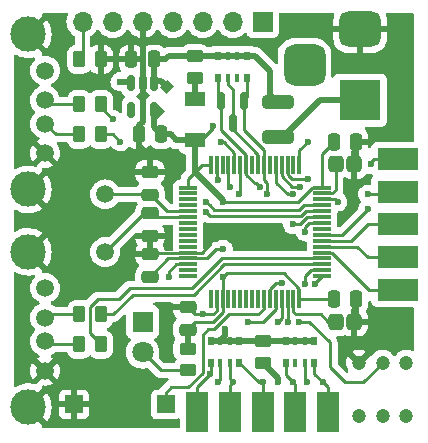
<source format=gtl>
G04 #@! TF.GenerationSoftware,KiCad,Pcbnew,6.0.8-f2edbf62ab~116~ubuntu22.04.1*
G04 #@! TF.CreationDate,2022-10-13T12:47:22+02:00*
G04 #@! TF.ProjectId,Dual USB Controller adapter CPC,4475616c-2055-4534-9220-436f6e74726f,0.2*
G04 #@! TF.SameCoordinates,Original*
G04 #@! TF.FileFunction,Copper,L1,Top*
G04 #@! TF.FilePolarity,Positive*
%FSLAX46Y46*%
G04 Gerber Fmt 4.6, Leading zero omitted, Abs format (unit mm)*
G04 Created by KiCad (PCBNEW 6.0.8-f2edbf62ab~116~ubuntu22.04.1) date 2022-10-13 12:47:22*
%MOMM*%
%LPD*%
G01*
G04 APERTURE LIST*
G04 Aperture macros list*
%AMRoundRect*
0 Rectangle with rounded corners*
0 $1 Rounding radius*
0 $2 $3 $4 $5 $6 $7 $8 $9 X,Y pos of 4 corners*
0 Add a 4 corners polygon primitive as box body*
4,1,4,$2,$3,$4,$5,$6,$7,$8,$9,$2,$3,0*
0 Add four circle primitives for the rounded corners*
1,1,$1+$1,$2,$3*
1,1,$1+$1,$4,$5*
1,1,$1+$1,$6,$7*
1,1,$1+$1,$8,$9*
0 Add four rect primitives between the rounded corners*
20,1,$1+$1,$2,$3,$4,$5,0*
20,1,$1+$1,$4,$5,$6,$7,0*
20,1,$1+$1,$6,$7,$8,$9,0*
20,1,$1+$1,$8,$9,$2,$3,0*%
%AMRotRect*
0 Rectangle, with rotation*
0 The origin of the aperture is its center*
0 $1 length*
0 $2 width*
0 $3 Rotation angle, in degrees counterclockwise*
0 Add horizontal line*
21,1,$1,$2,0,0,$3*%
G04 Aperture macros list end*
G04 #@! TA.AperFunction,SMDPad,CuDef*
%ADD10RotRect,0.900000X0.800000X45.000000*%
G04 #@! TD*
G04 #@! TA.AperFunction,SMDPad,CuDef*
%ADD11RoundRect,0.318150X-0.318150X-0.381850X0.318150X-0.381850X0.318150X0.381850X-0.318150X0.381850X0*%
G04 #@! TD*
G04 #@! TA.AperFunction,SMDPad,CuDef*
%ADD12RoundRect,0.250000X0.250000X0.475000X-0.250000X0.475000X-0.250000X-0.475000X0.250000X-0.475000X0*%
G04 #@! TD*
G04 #@! TA.AperFunction,SMDPad,CuDef*
%ADD13RoundRect,0.250000X-0.475000X0.250000X-0.475000X-0.250000X0.475000X-0.250000X0.475000X0.250000X0*%
G04 #@! TD*
G04 #@! TA.AperFunction,SMDPad,CuDef*
%ADD14RoundRect,0.250000X0.475000X-0.250000X0.475000X0.250000X-0.475000X0.250000X-0.475000X-0.250000X0*%
G04 #@! TD*
G04 #@! TA.AperFunction,SMDPad,CuDef*
%ADD15RoundRect,0.250000X-0.250000X-0.475000X0.250000X-0.475000X0.250000X0.475000X-0.250000X0.475000X0*%
G04 #@! TD*
G04 #@! TA.AperFunction,SMDPad,CuDef*
%ADD16R,3.480000X1.846667*%
G04 #@! TD*
G04 #@! TA.AperFunction,SMDPad,CuDef*
%ADD17RoundRect,0.250000X-0.262500X-0.450000X0.262500X-0.450000X0.262500X0.450000X-0.262500X0.450000X0*%
G04 #@! TD*
G04 #@! TA.AperFunction,SMDPad,CuDef*
%ADD18R,0.500000X0.800000*%
G04 #@! TD*
G04 #@! TA.AperFunction,SMDPad,CuDef*
%ADD19R,0.400000X0.800000*%
G04 #@! TD*
G04 #@! TA.AperFunction,SMDPad,CuDef*
%ADD20RoundRect,0.150000X-0.150000X0.587500X-0.150000X-0.587500X0.150000X-0.587500X0.150000X0.587500X0*%
G04 #@! TD*
G04 #@! TA.AperFunction,SMDPad,CuDef*
%ADD21RoundRect,0.250000X-1.075000X0.312500X-1.075000X-0.312500X1.075000X-0.312500X1.075000X0.312500X0*%
G04 #@! TD*
G04 #@! TA.AperFunction,SMDPad,CuDef*
%ADD22RoundRect,0.250000X-0.450000X0.262500X-0.450000X-0.262500X0.450000X-0.262500X0.450000X0.262500X0*%
G04 #@! TD*
G04 #@! TA.AperFunction,SMDPad,CuDef*
%ADD23R,1.846667X3.480000*%
G04 #@! TD*
G04 #@! TA.AperFunction,ComponentPad*
%ADD24R,1.800000X1.800000*%
G04 #@! TD*
G04 #@! TA.AperFunction,ComponentPad*
%ADD25C,1.800000*%
G04 #@! TD*
G04 #@! TA.AperFunction,ComponentPad*
%ADD26C,1.200000*%
G04 #@! TD*
G04 #@! TA.AperFunction,ComponentPad*
%ADD27C,1.500000*%
G04 #@! TD*
G04 #@! TA.AperFunction,SMDPad,CuDef*
%ADD28R,1.500000X1.500000*%
G04 #@! TD*
G04 #@! TA.AperFunction,SMDPad,CuDef*
%ADD29RoundRect,0.250000X0.450000X-0.262500X0.450000X0.262500X-0.450000X0.262500X-0.450000X-0.262500X0*%
G04 #@! TD*
G04 #@! TA.AperFunction,SMDPad,CuDef*
%ADD30R,1.700000X1.300000*%
G04 #@! TD*
G04 #@! TA.AperFunction,SMDPad,CuDef*
%ADD31RoundRect,0.075000X-0.700000X-0.075000X0.700000X-0.075000X0.700000X0.075000X-0.700000X0.075000X0*%
G04 #@! TD*
G04 #@! TA.AperFunction,SMDPad,CuDef*
%ADD32RoundRect,0.075000X-0.075000X-0.700000X0.075000X-0.700000X0.075000X0.700000X-0.075000X0.700000X0*%
G04 #@! TD*
G04 #@! TA.AperFunction,ComponentPad*
%ADD33R,1.700000X1.700000*%
G04 #@! TD*
G04 #@! TA.AperFunction,ComponentPad*
%ADD34O,1.700000X1.700000*%
G04 #@! TD*
G04 #@! TA.AperFunction,ComponentPad*
%ADD35R,3.500000X3.500000*%
G04 #@! TD*
G04 #@! TA.AperFunction,ComponentPad*
%ADD36RoundRect,0.750000X-1.000000X0.750000X-1.000000X-0.750000X1.000000X-0.750000X1.000000X0.750000X0*%
G04 #@! TD*
G04 #@! TA.AperFunction,ComponentPad*
%ADD37RoundRect,0.875000X-0.875000X0.875000X-0.875000X-0.875000X0.875000X-0.875000X0.875000X0.875000X0*%
G04 #@! TD*
G04 #@! TA.AperFunction,ComponentPad*
%ADD38C,3.000000*%
G04 #@! TD*
G04 #@! TA.AperFunction,SMDPad,CuDef*
%ADD39RoundRect,0.150000X-0.150000X0.512500X-0.150000X-0.512500X0.150000X-0.512500X0.150000X0.512500X0*%
G04 #@! TD*
G04 #@! TA.AperFunction,ViaPad*
%ADD40C,0.600000*%
G04 #@! TD*
G04 #@! TA.AperFunction,Conductor*
%ADD41C,0.250000*%
G04 #@! TD*
G04 #@! TA.AperFunction,Conductor*
%ADD42C,0.500000*%
G04 #@! TD*
G04 APERTURE END LIST*
D10*
X175895000Y-70421500D03*
X177238503Y-71765003D03*
X177980965Y-69679038D03*
D11*
X192251300Y-76200000D03*
X193828700Y-76200000D03*
D12*
X176845000Y-67310000D03*
X174945000Y-67310000D03*
D13*
X176530000Y-80330000D03*
X176530000Y-82230000D03*
D11*
X192251300Y-89535000D03*
X193828700Y-89535000D03*
D14*
X179705000Y-90182500D03*
X179705000Y-88282500D03*
D15*
X192090000Y-87630000D03*
X193990000Y-87630000D03*
X192090000Y-74295000D03*
X193990000Y-74295000D03*
D16*
X197485000Y-75740000D03*
X197485000Y-78510000D03*
X197485000Y-81280000D03*
X197485000Y-84050000D03*
X197485000Y-86820000D03*
D17*
X170537500Y-88900000D03*
X172362500Y-88900000D03*
D18*
X188030000Y-92975000D03*
D19*
X188830000Y-92975000D03*
X189630000Y-92975000D03*
D18*
X190430000Y-92975000D03*
X190430000Y-91175000D03*
D19*
X189630000Y-91175000D03*
X188830000Y-91175000D03*
D18*
X188030000Y-91175000D03*
D17*
X170537500Y-71120000D03*
X172362500Y-71120000D03*
D20*
X184465000Y-70817500D03*
X182565000Y-70817500D03*
X183515000Y-72692500D03*
D21*
X187325000Y-70927500D03*
X187325000Y-73852500D03*
D22*
X186055000Y-91162500D03*
X186055000Y-92987500D03*
D23*
X180515000Y-97155000D03*
X183285000Y-97155000D03*
X186055000Y-97155000D03*
X188825000Y-97155000D03*
X191595000Y-97155000D03*
D17*
X170537500Y-67310000D03*
X172362500Y-67310000D03*
D22*
X179705000Y-91797500D03*
X179705000Y-93622500D03*
D24*
X175895000Y-89535000D03*
D25*
X175895000Y-92075000D03*
D26*
X198215000Y-93000000D03*
X196215000Y-93000000D03*
X194215000Y-93000000D03*
X198215000Y-97500000D03*
X196215000Y-97500000D03*
X194215000Y-97500000D03*
D14*
X176530000Y-78752500D03*
X176530000Y-76852500D03*
D27*
X172720000Y-78740000D03*
X172720000Y-83620000D03*
D14*
X176530000Y-85707500D03*
X176530000Y-83807500D03*
D28*
X177890000Y-96520000D03*
X170090000Y-96520000D03*
D29*
X180340000Y-68857500D03*
X180340000Y-67032500D03*
D30*
X180340000Y-70640000D03*
X180340000Y-74140000D03*
D31*
X179745000Y-78165000D03*
X179745000Y-78665000D03*
X179745000Y-79165000D03*
X179745000Y-79665000D03*
X179745000Y-80165000D03*
X179745000Y-80665000D03*
X179745000Y-81165000D03*
X179745000Y-81665000D03*
X179745000Y-82165000D03*
X179745000Y-82665000D03*
X179745000Y-83165000D03*
X179745000Y-83665000D03*
X179745000Y-84165000D03*
X179745000Y-84665000D03*
X179745000Y-85165000D03*
X179745000Y-85665000D03*
D32*
X181670000Y-87590000D03*
X182170000Y-87590000D03*
X182670000Y-87590000D03*
X183170000Y-87590000D03*
X183670000Y-87590000D03*
X184170000Y-87590000D03*
X184670000Y-87590000D03*
X185170000Y-87590000D03*
X185670000Y-87590000D03*
X186170000Y-87590000D03*
X186670000Y-87590000D03*
X187170000Y-87590000D03*
X187670000Y-87590000D03*
X188170000Y-87590000D03*
X188670000Y-87590000D03*
X189170000Y-87590000D03*
D31*
X191095000Y-85665000D03*
X191095000Y-85165000D03*
X191095000Y-84665000D03*
X191095000Y-84165000D03*
X191095000Y-83665000D03*
X191095000Y-83165000D03*
X191095000Y-82665000D03*
X191095000Y-82165000D03*
X191095000Y-81665000D03*
X191095000Y-81165000D03*
X191095000Y-80665000D03*
X191095000Y-80165000D03*
X191095000Y-79665000D03*
X191095000Y-79165000D03*
X191095000Y-78665000D03*
X191095000Y-78165000D03*
D32*
X189170000Y-76240000D03*
X188670000Y-76240000D03*
X188170000Y-76240000D03*
X187670000Y-76240000D03*
X187170000Y-76240000D03*
X186670000Y-76240000D03*
X186170000Y-76240000D03*
X185670000Y-76240000D03*
X185170000Y-76240000D03*
X184670000Y-76240000D03*
X184170000Y-76240000D03*
X183670000Y-76240000D03*
X183170000Y-76240000D03*
X182670000Y-76240000D03*
X182170000Y-76240000D03*
X181670000Y-76240000D03*
D12*
X177480000Y-73660000D03*
X175580000Y-73660000D03*
D18*
X181680000Y-92975000D03*
D19*
X182480000Y-92975000D03*
X183280000Y-92975000D03*
D18*
X184080000Y-92975000D03*
X184080000Y-91175000D03*
D19*
X183280000Y-91175000D03*
X182480000Y-91175000D03*
D18*
X181680000Y-91175000D03*
D17*
X170537500Y-91440000D03*
X172362500Y-91440000D03*
D33*
X186055000Y-64135000D03*
D34*
X183515000Y-64135000D03*
X180975000Y-64135000D03*
X178435000Y-64135000D03*
X175895000Y-64135000D03*
X173355000Y-64135000D03*
X170815000Y-64135000D03*
D17*
X170537500Y-73660000D03*
X172362500Y-73660000D03*
D18*
X182315000Y-68845000D03*
D19*
X183115000Y-68845000D03*
X183915000Y-68845000D03*
D18*
X184715000Y-68845000D03*
X184715000Y-67045000D03*
D19*
X183915000Y-67045000D03*
X183115000Y-67045000D03*
D18*
X182315000Y-67045000D03*
D35*
X194310000Y-70770000D03*
D36*
X194310000Y-64770000D03*
D37*
X189610000Y-67770000D03*
D27*
X167640000Y-75255000D03*
X167640000Y-72755000D03*
X167640000Y-70755000D03*
X167640000Y-68255000D03*
D38*
X166190000Y-78325000D03*
X166190000Y-65185000D03*
D27*
X167640000Y-93670000D03*
X167640000Y-91170000D03*
X167640000Y-89170000D03*
X167640000Y-86670000D03*
D38*
X166190000Y-96740000D03*
X166190000Y-83600000D03*
D39*
X176845000Y-69347500D03*
X175895000Y-69347500D03*
X174945000Y-69347500D03*
X174945000Y-71622500D03*
X176845000Y-71622500D03*
D40*
X181610000Y-81915000D03*
X196215000Y-89535000D03*
X178435000Y-76200000D03*
X185420000Y-81915000D03*
X171450000Y-93345000D03*
X180975000Y-88900000D03*
X171450000Y-76200000D03*
X182308500Y-77533500D03*
X182724997Y-83375498D03*
X181864000Y-72961500D03*
X182724997Y-79375000D03*
X182724997Y-85725000D03*
X188595000Y-81280000D03*
X189674500Y-81915000D03*
X182562500Y-74295000D03*
X187706002Y-86233000D03*
X189103000Y-89535000D03*
X181292500Y-79375000D03*
X173990012Y-74295000D03*
X181292500Y-80264000D03*
X173355000Y-72390000D03*
X178117500Y-85725000D03*
X188595000Y-94615000D03*
X188168025Y-89567620D03*
X190500000Y-86360000D03*
X191135000Y-94615000D03*
X194945000Y-78740000D03*
X188595000Y-78740000D03*
X195245024Y-76196616D03*
X189865000Y-77470000D03*
X189805000Y-94615000D03*
X189674500Y-86360000D03*
X182245000Y-94615000D03*
X184023000Y-78740000D03*
X187325000Y-89535000D03*
X186079442Y-94639442D03*
X184785000Y-89534998D03*
X183515000Y-94615000D03*
X181610000Y-93980000D03*
X183324498Y-78105000D03*
X177800000Y-67310000D03*
X173990000Y-69215000D03*
X182879996Y-90170000D03*
X185801000Y-78105000D03*
X186436000Y-78740000D03*
X189865000Y-74295000D03*
X192405000Y-79375000D03*
X194945000Y-80010000D03*
X189230000Y-78105000D03*
X187325000Y-94615000D03*
D41*
X176530000Y-78740000D02*
X172720000Y-78740000D01*
X179745000Y-80165000D02*
X177955000Y-80165000D01*
X177955000Y-80165000D02*
X176530000Y-78740000D01*
D42*
X172387500Y-67310000D02*
X174957500Y-67310000D01*
X193828700Y-89535000D02*
X196215000Y-89535000D01*
X175895000Y-67310000D02*
X175895000Y-72590002D01*
X176500000Y-76835000D02*
X172509264Y-76835000D01*
D41*
X180919264Y-83665000D02*
X181610000Y-82974264D01*
X182170000Y-87590000D02*
X182170000Y-88594000D01*
D42*
X172387500Y-67310000D02*
X173990000Y-67310000D01*
D41*
X181864000Y-88900000D02*
X180310000Y-88900000D01*
D42*
X170090000Y-96520000D02*
X170090000Y-94705000D01*
X176530000Y-75565000D02*
X176530000Y-76865000D01*
X175592500Y-74627500D02*
X176530000Y-75565000D01*
D41*
X182170000Y-77395000D02*
X182308500Y-77533500D01*
D42*
X176530000Y-82217500D02*
X176530000Y-83820000D01*
D41*
X179745000Y-83665000D02*
X180919264Y-83665000D01*
X182170000Y-76240000D02*
X182170000Y-77395000D01*
X179745000Y-83665000D02*
X176685000Y-83665000D01*
D42*
X170090000Y-94705000D02*
X171450000Y-93345000D01*
D41*
X182170000Y-88594000D02*
X181864000Y-88900000D01*
D42*
X175895000Y-72590002D02*
X175592500Y-72892502D01*
X172509264Y-76835000D02*
X171874264Y-76200000D01*
D41*
X180310000Y-88900000D02*
X179705000Y-88295000D01*
D42*
X171874264Y-76200000D02*
X171450000Y-76200000D01*
D41*
X176685000Y-83665000D02*
X176530000Y-83820000D01*
D42*
X175895000Y-66040000D02*
X175895000Y-67310000D01*
D41*
X181610000Y-82974264D02*
X181610000Y-82339264D01*
D42*
X193977500Y-74295000D02*
X193977500Y-76051200D01*
D41*
X181610000Y-82339264D02*
X181610000Y-81915000D01*
D42*
X193977500Y-89386200D02*
X193828700Y-89535000D01*
X193977500Y-76051200D02*
X193828700Y-76200000D01*
X193977500Y-87630000D02*
X193977500Y-89386200D01*
D41*
X185420000Y-81915000D02*
X181610000Y-81915000D01*
D42*
X175895000Y-66040000D02*
X175895000Y-64135000D01*
X175592500Y-72892502D02*
X175592500Y-73660000D01*
X176530000Y-76865000D02*
X176500000Y-76835000D01*
X175895000Y-67310000D02*
X174957500Y-67310000D01*
X175592500Y-73660000D02*
X175592500Y-74627500D01*
D41*
X175997500Y-80342500D02*
X176530000Y-80342500D01*
X172720000Y-83620000D02*
X175997500Y-80342500D01*
X179745000Y-80665000D02*
X176852500Y-80665000D01*
X176852500Y-80665000D02*
X176530000Y-80342500D01*
X180520000Y-84165000D02*
X180537502Y-84147498D01*
X181864000Y-73081000D02*
X181864000Y-72961500D01*
X182670000Y-85779997D02*
X182670000Y-87590000D01*
X189170000Y-87590000D02*
X192062500Y-87590000D01*
X182880000Y-79375000D02*
X182724997Y-79375000D01*
X181670000Y-76240000D02*
X180935000Y-76240000D01*
X191095000Y-75302500D02*
X192102500Y-74295000D01*
X180805000Y-74140000D02*
X181864000Y-73081000D01*
D42*
X182724997Y-79375000D02*
X182724997Y-79219997D01*
D41*
X178060000Y-84165000D02*
X176530000Y-85695000D01*
X181865411Y-89535000D02*
X180340000Y-89535000D01*
X182300733Y-83375498D02*
X182724997Y-83375498D01*
D42*
X182724997Y-79219997D02*
X180340000Y-76835000D01*
D41*
X180537502Y-84147498D02*
X181338235Y-84147498D01*
X189044298Y-79375000D02*
X182880000Y-79375000D01*
X183024996Y-85425001D02*
X182724997Y-85725000D01*
D42*
X179705000Y-91772500D02*
X179705000Y-90170000D01*
D41*
X182670000Y-87590000D02*
X182670000Y-88730411D01*
D42*
X176845000Y-73037500D02*
X177467500Y-73660000D01*
D41*
X180340000Y-89535000D02*
X179705000Y-90170000D01*
X181338235Y-84147498D02*
X182110235Y-83375498D01*
D42*
X178268750Y-73660000D02*
X178748750Y-74140000D01*
D41*
X187845703Y-85425001D02*
X183024996Y-85425001D01*
X190254298Y-78165000D02*
X189044298Y-79375000D01*
X182110235Y-83375498D02*
X182300733Y-83375498D01*
X180340000Y-74140000D02*
X180805000Y-74140000D01*
D42*
X177467500Y-73660000D02*
X178268750Y-73660000D01*
D41*
X180340000Y-76835000D02*
X179745000Y-77430000D01*
X179745000Y-77430000D02*
X179745000Y-78165000D01*
D42*
X180340000Y-74140000D02*
X180340000Y-76835000D01*
D41*
X179745000Y-84165000D02*
X178060000Y-84165000D01*
X182724997Y-85725000D02*
X182670000Y-85779997D01*
X189170000Y-86749298D02*
X187845703Y-85425001D01*
X192062500Y-87590000D02*
X192102500Y-87630000D01*
X191095000Y-78165000D02*
X191095000Y-75302500D01*
X191095000Y-78165000D02*
X190254298Y-78165000D01*
X179745000Y-84165000D02*
X180520000Y-84165000D01*
D42*
X178748750Y-74140000D02*
X180340000Y-74140000D01*
X176845000Y-71795000D02*
X176845000Y-73037500D01*
D41*
X180935000Y-76240000D02*
X180340000Y-76835000D01*
X189170000Y-87590000D02*
X189170000Y-86749298D01*
X182670000Y-88730411D02*
X181865411Y-89535000D01*
X189019264Y-81280000D02*
X188595000Y-81280000D01*
X189231410Y-81280000D02*
X189019264Y-81280000D01*
X189846410Y-80665000D02*
X189231410Y-81280000D01*
X191095000Y-80665000D02*
X189846410Y-80665000D01*
X190000236Y-81165000D02*
X189674500Y-81490736D01*
X189674500Y-81490736D02*
X189674500Y-81915000D01*
X191095000Y-81165000D02*
X190000236Y-81165000D01*
X183670000Y-76240000D02*
X183670000Y-75212000D01*
X170512500Y-67310000D02*
X170815000Y-67007500D01*
X182753000Y-74295000D02*
X182562500Y-74295000D01*
X183670000Y-75212000D02*
X182753000Y-74295000D01*
X170815000Y-67007500D02*
X170815000Y-64135000D01*
X189103000Y-89535000D02*
X190025002Y-89535000D01*
X187154736Y-86233000D02*
X187281738Y-86233000D01*
X191770000Y-93345000D02*
X193040000Y-94615000D01*
X190025002Y-89535000D02*
X191770000Y-91279998D01*
X191770000Y-91279998D02*
X191770000Y-93345000D01*
X193040000Y-94615000D02*
X194600000Y-94615000D01*
X186670000Y-87590000D02*
X186670000Y-86717736D01*
X194600000Y-94615000D02*
X196215000Y-93000000D01*
X187281738Y-86233000D02*
X187706002Y-86233000D01*
X186670000Y-86717736D02*
X187154736Y-86233000D01*
X181973499Y-80055999D02*
X181592499Y-79674999D01*
X173990000Y-74295000D02*
X173990012Y-74295000D01*
X191095000Y-79665000D02*
X189573590Y-79665000D01*
X172387500Y-73660000D02*
X173355000Y-73660000D01*
X189573590Y-79665000D02*
X189182591Y-80055999D01*
X173355000Y-73660000D02*
X173990000Y-74295000D01*
X181592499Y-79674999D02*
X181292500Y-79375000D01*
X189182591Y-80055999D02*
X181973499Y-80055999D01*
X172387500Y-71120000D02*
X172387500Y-71422500D01*
X181592499Y-80563999D02*
X181292500Y-80264000D01*
X191095000Y-80165000D02*
X189710000Y-80165000D01*
X189311001Y-80563999D02*
X181592499Y-80563999D01*
X172387500Y-71422500D02*
X173355000Y-72390000D01*
X189710000Y-80165000D02*
X189311001Y-80563999D01*
X179705000Y-93647500D02*
X177467500Y-93647500D01*
X177467500Y-93647500D02*
X175895000Y-92075000D01*
X179745000Y-84665000D02*
X178753236Y-84665000D01*
X178117500Y-85300736D02*
X178117500Y-85725000D01*
X178753236Y-84665000D02*
X178117500Y-85300736D01*
X191615000Y-89535000D02*
X192251300Y-89535000D01*
X188670000Y-88702851D02*
X188867149Y-88900000D01*
X188867149Y-88900000D02*
X190980000Y-88900000D01*
X190980000Y-88900000D02*
X191615000Y-89535000D01*
X188670000Y-87590000D02*
X188670000Y-88702851D01*
X191095000Y-78665000D02*
X191935702Y-78665000D01*
X191935702Y-78665000D02*
X192251300Y-78349402D01*
X192251300Y-76900000D02*
X192251300Y-76200000D01*
X192251300Y-78349402D02*
X192251300Y-76900000D01*
X188170000Y-87590000D02*
X188170000Y-89565645D01*
X188170000Y-89565645D02*
X188168025Y-89567620D01*
X188825000Y-94845000D02*
X188595000Y-94615000D01*
X188030000Y-94050000D02*
X188030000Y-92975000D01*
X188825000Y-97155000D02*
X188825000Y-94845000D01*
X188595000Y-94615000D02*
X188030000Y-94050000D01*
X188170000Y-89569595D02*
X188168025Y-89567620D01*
X191135000Y-94615000D02*
X190430000Y-93910000D01*
X190430000Y-93910000D02*
X190430000Y-92975000D01*
X190500000Y-86260000D02*
X190500000Y-86360000D01*
X191095000Y-85665000D02*
X190500000Y-86260000D01*
X191595000Y-95075000D02*
X191135000Y-94615000D01*
X191595000Y-97155000D02*
X191595000Y-95075000D01*
X168005000Y-71120000D02*
X167640000Y-70755000D01*
X170512500Y-71120000D02*
X168005000Y-71120000D01*
X168545000Y-73660000D02*
X167640000Y-72755000D01*
X170512500Y-73660000D02*
X168545000Y-73660000D01*
X170512500Y-88900000D02*
X167910000Y-88900000D01*
X167910000Y-88900000D02*
X167640000Y-89170000D01*
X170512500Y-91440000D02*
X167910000Y-91440000D01*
X167910000Y-91440000D02*
X167640000Y-91170000D01*
X191095000Y-83165000D02*
X194060000Y-83165000D01*
X194945000Y-84050000D02*
X197485000Y-84050000D01*
X194060000Y-83165000D02*
X194945000Y-84050000D01*
X194945000Y-81280000D02*
X197485000Y-81280000D01*
X191095000Y-82665000D02*
X193560000Y-82665000D01*
X193560000Y-82665000D02*
X194945000Y-81280000D01*
X187170000Y-76240000D02*
X187170000Y-77739264D01*
X197255000Y-78740000D02*
X197485000Y-78510000D01*
X188170736Y-78740000D02*
X188595000Y-78740000D01*
X194945000Y-78740000D02*
X197255000Y-78740000D01*
X187170000Y-77739264D02*
X188170736Y-78740000D01*
X188170000Y-76240000D02*
X188170000Y-77080702D01*
X197485000Y-75740000D02*
X195495000Y-75740000D01*
X195495000Y-75740000D02*
X195245024Y-75989976D01*
X195245024Y-75989976D02*
X195245024Y-76196616D01*
X188170000Y-77080702D02*
X188559298Y-77470000D01*
X188559298Y-77470000D02*
X189440736Y-77470000D01*
X189440736Y-77470000D02*
X189865000Y-77470000D01*
X189674500Y-85681736D02*
X189674500Y-85935736D01*
X189630000Y-94440000D02*
X189805000Y-94615000D01*
X191095000Y-85165000D02*
X190191236Y-85165000D01*
X189674500Y-85935736D02*
X189674500Y-86360000D01*
X189630000Y-92975000D02*
X189630000Y-94440000D01*
X190191236Y-85165000D02*
X189674500Y-85681736D01*
X184170000Y-76240000D02*
X184170000Y-78593000D01*
X182480000Y-94380000D02*
X182480000Y-92975000D01*
X184170000Y-78593000D02*
X184023000Y-78740000D01*
X182245000Y-94615000D02*
X182480000Y-94380000D01*
X186055000Y-94615000D02*
X185720000Y-94615000D01*
X187670000Y-89190000D02*
X187325000Y-89535000D01*
X187670000Y-87590000D02*
X187670000Y-89190000D01*
X185720000Y-94615000D02*
X184080000Y-92975000D01*
X186055000Y-97155000D02*
X186055000Y-94615000D01*
X183280000Y-94380000D02*
X183515000Y-94615000D01*
X185209264Y-89534998D02*
X184785000Y-89534998D01*
X187170000Y-87590000D02*
X187170000Y-88430702D01*
X183285000Y-94845000D02*
X183515000Y-94615000D01*
X186065704Y-89534998D02*
X185209264Y-89534998D01*
X187170000Y-88430702D02*
X186065704Y-89534998D01*
X183280000Y-92975000D02*
X183280000Y-94380000D01*
X183285000Y-97155000D02*
X183285000Y-94845000D01*
X180515000Y-97155000D02*
X180515000Y-95075000D01*
X183170000Y-76240000D02*
X183170000Y-77950502D01*
X181680000Y-92975000D02*
X181680000Y-93910000D01*
X183170000Y-77950502D02*
X183324498Y-78105000D01*
X180515000Y-95075000D02*
X181610000Y-93980000D01*
X181680000Y-93910000D02*
X181610000Y-93980000D01*
X172387500Y-91440000D02*
X171450000Y-90502500D01*
X172085000Y-87630000D02*
X173887250Y-87630000D01*
X182598500Y-84165000D02*
X191095000Y-84165000D01*
X180086000Y-86677500D02*
X182598500Y-84165000D01*
X173887250Y-87630000D02*
X174839750Y-86677500D01*
X174839750Y-86677500D02*
X180086000Y-86677500D01*
X171450000Y-88265000D02*
X172085000Y-87630000D01*
X171450000Y-90502500D02*
X171450000Y-88265000D01*
X182828750Y-84665000D02*
X191095000Y-84665000D01*
X173432499Y-88900000D02*
X175083499Y-87249000D01*
X180244750Y-87249000D02*
X182828750Y-84665000D01*
X172387500Y-88900000D02*
X173432499Y-88900000D01*
X175083499Y-87249000D02*
X180244750Y-87249000D01*
X186170000Y-87590000D02*
X186170000Y-88430702D01*
X177890000Y-95520000D02*
X177890000Y-96520000D01*
X181954994Y-90170000D02*
X181449998Y-90170000D01*
X183224994Y-88900000D02*
X181954994Y-90170000D01*
X180975000Y-93881850D02*
X179766851Y-95089999D01*
X181449998Y-90170000D02*
X180975000Y-90644998D01*
X185700702Y-88900000D02*
X183224994Y-88900000D01*
X178320001Y-95089999D02*
X177890000Y-95520000D01*
X180975000Y-90644998D02*
X180975000Y-93881850D01*
X186170000Y-88430702D02*
X185700702Y-88900000D01*
X179766851Y-95089999D02*
X178320001Y-95089999D01*
D42*
X173990000Y-69215000D02*
X173990000Y-69215000D01*
X176845000Y-69175000D02*
X177476927Y-69175000D01*
X176832500Y-67310000D02*
X177800000Y-67310000D01*
X186690000Y-68277500D02*
X186690000Y-70355000D01*
X177800000Y-67310000D02*
X178102500Y-67007500D01*
X182430000Y-91175000D02*
X182879996Y-90725004D01*
X177476927Y-69175000D02*
X177980965Y-69679038D01*
X186690000Y-70355000D02*
X187325000Y-70990000D01*
X181680000Y-91175000D02*
X190430000Y-91175000D01*
X182879996Y-90725004D02*
X182879996Y-90170000D01*
X185420000Y-67007500D02*
X186690000Y-68277500D01*
X174625000Y-69215000D02*
X174414264Y-69215000D01*
X181680000Y-91175000D02*
X182430000Y-91175000D01*
X176845000Y-67322500D02*
X176832500Y-67310000D01*
X174414264Y-69215000D02*
X173990000Y-69215000D01*
X178102500Y-67007500D02*
X185420000Y-67007500D01*
X176845000Y-69175000D02*
X176845000Y-67322500D01*
D41*
X183115000Y-68845000D02*
X183115000Y-69450000D01*
X183515000Y-69850000D02*
X183515000Y-73244298D01*
X185670000Y-75399298D02*
X185670000Y-75465000D01*
X183515000Y-73244298D02*
X185670000Y-75399298D01*
X185670000Y-75465000D02*
X185670000Y-76240000D01*
X183115000Y-69450000D02*
X183515000Y-69850000D01*
X182315000Y-70505000D02*
X182565000Y-70755000D01*
X182565000Y-73294298D02*
X184670000Y-75399298D01*
X184694990Y-77039990D02*
X184694990Y-77105692D01*
X185501001Y-77805001D02*
X185801000Y-78105000D01*
X182315000Y-68845000D02*
X182315000Y-70505000D01*
X184694990Y-77105692D02*
X185394299Y-77805001D01*
X182565000Y-70755000D02*
X182565000Y-73294298D01*
X184670000Y-77015000D02*
X184694990Y-77039990D01*
X184670000Y-76240000D02*
X184670000Y-77015000D01*
X184670000Y-75465000D02*
X184670000Y-76240000D01*
X185394299Y-77805001D02*
X185501001Y-77805001D01*
X184670000Y-75399298D02*
X184670000Y-75465000D01*
X186170000Y-77548998D02*
X186436000Y-77814998D01*
X186436000Y-77814998D02*
X186436000Y-78315736D01*
X184715000Y-70505000D02*
X184465000Y-70755000D01*
X186436000Y-78315736D02*
X186436000Y-78740000D01*
X184465000Y-73266595D02*
X186170000Y-74971595D01*
X184465000Y-70755000D02*
X184465000Y-73266595D01*
X184715000Y-68845000D02*
X184715000Y-70505000D01*
X186170000Y-76240000D02*
X186170000Y-77548998D01*
X186170000Y-74971595D02*
X186170000Y-76240000D01*
D42*
X190915000Y-70770000D02*
X194310000Y-70770000D01*
X187895000Y-73790000D02*
X190915000Y-70770000D01*
X187325000Y-73790000D02*
X187895000Y-73790000D01*
D41*
X189170000Y-74990000D02*
X189865000Y-74295000D01*
X189170000Y-76240000D02*
X189170000Y-74990000D01*
X191095000Y-79165000D02*
X192195000Y-79165000D01*
X192195000Y-79165000D02*
X192405000Y-79375000D01*
X191095000Y-82165000D02*
X192790000Y-82165000D01*
X192790000Y-82165000D02*
X194945000Y-80010000D01*
X187670000Y-77217113D02*
X188557887Y-78105000D01*
X188557887Y-78105000D02*
X188805736Y-78105000D01*
X187670000Y-76240000D02*
X187670000Y-77217113D01*
X188805736Y-78105000D02*
X189230000Y-78105000D01*
X191935702Y-83665000D02*
X195090702Y-86820000D01*
X195090702Y-86820000D02*
X195495000Y-86820000D01*
X195495000Y-86820000D02*
X197485000Y-86820000D01*
X191095000Y-83665000D02*
X191935702Y-83665000D01*
D42*
X187325000Y-94282500D02*
X187325000Y-94615000D01*
X186055000Y-93012500D02*
X187325000Y-94282500D01*
X180340000Y-68882500D02*
X180340000Y-70640000D01*
G04 #@! TA.AperFunction,Conductor*
G36*
X165166456Y-85328348D02*
G01*
X165235271Y-85371515D01*
X165242807Y-85375556D01*
X165484520Y-85484694D01*
X165492551Y-85487680D01*
X165746832Y-85563002D01*
X165755184Y-85564869D01*
X166017340Y-85604984D01*
X166025874Y-85605700D01*
X166291045Y-85609867D01*
X166299596Y-85609418D01*
X166562883Y-85577557D01*
X166571287Y-85575954D01*
X166640333Y-85557841D01*
X166711300Y-85559903D01*
X166769886Y-85600004D01*
X166797492Y-85665414D01*
X166785352Y-85735365D01*
X166761401Y-85768812D01*
X166672251Y-85857962D01*
X166669094Y-85862470D01*
X166669092Y-85862473D01*
X166630212Y-85918000D01*
X166545944Y-86038347D01*
X166543621Y-86043329D01*
X166543618Y-86043334D01*
X166506652Y-86122610D01*
X166452880Y-86237924D01*
X166395885Y-86450629D01*
X166376693Y-86670000D01*
X166395885Y-86889371D01*
X166452880Y-87102076D01*
X166496415Y-87195438D01*
X166543618Y-87296666D01*
X166543621Y-87296671D01*
X166545944Y-87301653D01*
X166549100Y-87306160D01*
X166549101Y-87306162D01*
X166643535Y-87441027D01*
X166672251Y-87482038D01*
X166827962Y-87637749D01*
X167008346Y-87764056D01*
X167013331Y-87766380D01*
X167013337Y-87766384D01*
X167097877Y-87805805D01*
X167151163Y-87852722D01*
X167170624Y-87920999D01*
X167150082Y-87988959D01*
X167097878Y-88034195D01*
X167013334Y-88073618D01*
X167013329Y-88073621D01*
X167008347Y-88075944D01*
X167003840Y-88079100D01*
X167003838Y-88079101D01*
X166832473Y-88199092D01*
X166832470Y-88199094D01*
X166827962Y-88202251D01*
X166672251Y-88357962D01*
X166669094Y-88362470D01*
X166669092Y-88362473D01*
X166560692Y-88517285D01*
X166545944Y-88538347D01*
X166543621Y-88543329D01*
X166543618Y-88543334D01*
X166496415Y-88644562D01*
X166452880Y-88737924D01*
X166395885Y-88950629D01*
X166376693Y-89170000D01*
X166395885Y-89389371D01*
X166452880Y-89602076D01*
X166488735Y-89678968D01*
X166543618Y-89796666D01*
X166543621Y-89796671D01*
X166545944Y-89801653D01*
X166549100Y-89806160D01*
X166549101Y-89806162D01*
X166658098Y-89961825D01*
X166672251Y-89982038D01*
X166771118Y-90080905D01*
X166805144Y-90143217D01*
X166800079Y-90214032D01*
X166771118Y-90259095D01*
X166672251Y-90357962D01*
X166669094Y-90362470D01*
X166669092Y-90362473D01*
X166549101Y-90533838D01*
X166545944Y-90538347D01*
X166543621Y-90543329D01*
X166543618Y-90543334D01*
X166507878Y-90619979D01*
X166452880Y-90737924D01*
X166395885Y-90950629D01*
X166376693Y-91170000D01*
X166395885Y-91389371D01*
X166452880Y-91602076D01*
X166463357Y-91624544D01*
X166543618Y-91796666D01*
X166543621Y-91796671D01*
X166545944Y-91801653D01*
X166549100Y-91806160D01*
X166549101Y-91806162D01*
X166655891Y-91958673D01*
X166672251Y-91982038D01*
X166827962Y-92137749D01*
X166832471Y-92140906D01*
X166832473Y-92140908D01*
X166882343Y-92175827D01*
X167008346Y-92264056D01*
X167013328Y-92266379D01*
X167013333Y-92266382D01*
X167098469Y-92306081D01*
X167151754Y-92352998D01*
X167171215Y-92421276D01*
X167150673Y-92489235D01*
X167098469Y-92534471D01*
X167013583Y-92574054D01*
X167004093Y-92579534D01*
X166962851Y-92608411D01*
X166954477Y-92618887D01*
X166961545Y-92632334D01*
X167627189Y-93297979D01*
X167641132Y-93305592D01*
X167642966Y-93305461D01*
X167649580Y-93301210D01*
X168319180Y-92631609D01*
X168325607Y-92619839D01*
X168316313Y-92607825D01*
X168275912Y-92579536D01*
X168266416Y-92574053D01*
X168181531Y-92534471D01*
X168128246Y-92487554D01*
X168108785Y-92419276D01*
X168129327Y-92351316D01*
X168181531Y-92306081D01*
X168266667Y-92266382D01*
X168266672Y-92266379D01*
X168271654Y-92264056D01*
X168397657Y-92175827D01*
X168447527Y-92140908D01*
X168447529Y-92140906D01*
X168452038Y-92137749D01*
X168479382Y-92110405D01*
X168541694Y-92076379D01*
X168568477Y-92073500D01*
X169445803Y-92073500D01*
X169513924Y-92093502D01*
X169560417Y-92147158D01*
X169565326Y-92159623D01*
X169580920Y-92206362D01*
X169583450Y-92213946D01*
X169587301Y-92220170D01*
X169587302Y-92220171D01*
X169622314Y-92276749D01*
X169676522Y-92364348D01*
X169801697Y-92489305D01*
X169807927Y-92493145D01*
X169807928Y-92493146D01*
X169945090Y-92577694D01*
X169952262Y-92582115D01*
X170029776Y-92607825D01*
X170113611Y-92635632D01*
X170113613Y-92635632D01*
X170120139Y-92637797D01*
X170126975Y-92638497D01*
X170126978Y-92638498D01*
X170170031Y-92642909D01*
X170224600Y-92648500D01*
X170850400Y-92648500D01*
X170853646Y-92648163D01*
X170853650Y-92648163D01*
X170949308Y-92638238D01*
X170949312Y-92638237D01*
X170956166Y-92637526D01*
X170962702Y-92635345D01*
X170962704Y-92635345D01*
X171094806Y-92591272D01*
X171123946Y-92581550D01*
X171274348Y-92488478D01*
X171360784Y-92401891D01*
X171423066Y-92367812D01*
X171493886Y-92372815D01*
X171538975Y-92401736D01*
X171570601Y-92433307D01*
X171626697Y-92489305D01*
X171632927Y-92493145D01*
X171632928Y-92493146D01*
X171770090Y-92577694D01*
X171777262Y-92582115D01*
X171854776Y-92607825D01*
X171938611Y-92635632D01*
X171938613Y-92635632D01*
X171945139Y-92637797D01*
X171951975Y-92638497D01*
X171951978Y-92638498D01*
X171995031Y-92642909D01*
X172049600Y-92648500D01*
X172675400Y-92648500D01*
X172678646Y-92648163D01*
X172678650Y-92648163D01*
X172774308Y-92638238D01*
X172774312Y-92638237D01*
X172781166Y-92637526D01*
X172787702Y-92635345D01*
X172787704Y-92635345D01*
X172919806Y-92591272D01*
X172948946Y-92581550D01*
X173099348Y-92488478D01*
X173224305Y-92363303D01*
X173236208Y-92343993D01*
X173313275Y-92218968D01*
X173313276Y-92218966D01*
X173317115Y-92212738D01*
X173362343Y-92076379D01*
X173370632Y-92051389D01*
X173370632Y-92051387D01*
X173372797Y-92044861D01*
X173383500Y-91940400D01*
X173383500Y-90939600D01*
X173383163Y-90936350D01*
X173373238Y-90840692D01*
X173373237Y-90840688D01*
X173372526Y-90833834D01*
X173358263Y-90791081D01*
X173318868Y-90673002D01*
X173316550Y-90666054D01*
X173223478Y-90515652D01*
X173098303Y-90390695D01*
X173064561Y-90369896D01*
X172953968Y-90301725D01*
X172953966Y-90301724D01*
X172947738Y-90297885D01*
X172931569Y-90292522D01*
X172922570Y-90289537D01*
X172864209Y-90249107D01*
X172836972Y-90183543D01*
X172849505Y-90113661D01*
X172897829Y-90061649D01*
X172922359Y-90050421D01*
X172941993Y-90043871D01*
X172942003Y-90043867D01*
X172948946Y-90041550D01*
X173099348Y-89948478D01*
X173224305Y-89823303D01*
X173230983Y-89812469D01*
X173313275Y-89678968D01*
X173313276Y-89678966D01*
X173317115Y-89672738D01*
X173334663Y-89619832D01*
X173375094Y-89561473D01*
X173440658Y-89534236D01*
X173454256Y-89533500D01*
X173472355Y-89533500D01*
X173476290Y-89533003D01*
X173476355Y-89532995D01*
X173488192Y-89532062D01*
X173520450Y-89531048D01*
X173524469Y-89530922D01*
X173532388Y-89530673D01*
X173551842Y-89525021D01*
X173571199Y-89521013D01*
X173583429Y-89519468D01*
X173583430Y-89519468D01*
X173591296Y-89518474D01*
X173598667Y-89515555D01*
X173598669Y-89515555D01*
X173632411Y-89502196D01*
X173643641Y-89498351D01*
X173678482Y-89488229D01*
X173678483Y-89488229D01*
X173686092Y-89486018D01*
X173692911Y-89481985D01*
X173692916Y-89481983D01*
X173703527Y-89475707D01*
X173721275Y-89467012D01*
X173740116Y-89459552D01*
X173747735Y-89454017D01*
X173775886Y-89433564D01*
X173785806Y-89427048D01*
X173817034Y-89408580D01*
X173817037Y-89408578D01*
X173823861Y-89404542D01*
X173838182Y-89390221D01*
X173853216Y-89377380D01*
X173863193Y-89370131D01*
X173869606Y-89365472D01*
X173897797Y-89331395D01*
X173905787Y-89322616D01*
X174271405Y-88956998D01*
X174333717Y-88922972D01*
X174404532Y-88928037D01*
X174461368Y-88970584D01*
X174486179Y-89037104D01*
X174486500Y-89046093D01*
X174486500Y-90483134D01*
X174493255Y-90545316D01*
X174544385Y-90681705D01*
X174631739Y-90798261D01*
X174748295Y-90885615D01*
X174756704Y-90888767D01*
X174756705Y-90888768D01*
X174816164Y-90911058D01*
X174872929Y-90953699D01*
X174897629Y-91020261D01*
X174882422Y-91089609D01*
X174863029Y-91116091D01*
X174796639Y-91185564D01*
X174793725Y-91189836D01*
X174793724Y-91189837D01*
X174778427Y-91212262D01*
X174666119Y-91376899D01*
X174568602Y-91586981D01*
X174506707Y-91810169D01*
X174482095Y-92040469D01*
X174482392Y-92045622D01*
X174482392Y-92045625D01*
X174492097Y-92213946D01*
X174495427Y-92271697D01*
X174496564Y-92276743D01*
X174496565Y-92276749D01*
X174528472Y-92418329D01*
X174546346Y-92497642D01*
X174548288Y-92502424D01*
X174548289Y-92502428D01*
X174618201Y-92674600D01*
X174633484Y-92712237D01*
X174754501Y-92909719D01*
X174906147Y-93084784D01*
X175084349Y-93232730D01*
X175284322Y-93349584D01*
X175500694Y-93432209D01*
X175505760Y-93433240D01*
X175505761Y-93433240D01*
X175510401Y-93434184D01*
X175727656Y-93478385D01*
X175858324Y-93483176D01*
X175953949Y-93486683D01*
X175953953Y-93486683D01*
X175959113Y-93486872D01*
X175964233Y-93486216D01*
X175964235Y-93486216D01*
X176183719Y-93458099D01*
X176183720Y-93458099D01*
X176188847Y-93457442D01*
X176264983Y-93434600D01*
X176335979Y-93434184D01*
X176390287Y-93466191D01*
X176681792Y-93757697D01*
X176963853Y-94039758D01*
X176971387Y-94048037D01*
X176975500Y-94054518D01*
X177006169Y-94083318D01*
X177025151Y-94101143D01*
X177027993Y-94103898D01*
X177047730Y-94123635D01*
X177050927Y-94126115D01*
X177059947Y-94133818D01*
X177092179Y-94164086D01*
X177099125Y-94167905D01*
X177099128Y-94167907D01*
X177109934Y-94173848D01*
X177126453Y-94184699D01*
X177142459Y-94197114D01*
X177149728Y-94200259D01*
X177149732Y-94200262D01*
X177183037Y-94214674D01*
X177193687Y-94219891D01*
X177232440Y-94241195D01*
X177240115Y-94243166D01*
X177240116Y-94243166D01*
X177252062Y-94246233D01*
X177270767Y-94252637D01*
X177289355Y-94260681D01*
X177297178Y-94261920D01*
X177297188Y-94261923D01*
X177333024Y-94267599D01*
X177344644Y-94270005D01*
X177379789Y-94279028D01*
X177387470Y-94281000D01*
X177407724Y-94281000D01*
X177427434Y-94282551D01*
X177447443Y-94285720D01*
X177455335Y-94284974D01*
X177491461Y-94281559D01*
X177503319Y-94281000D01*
X177981899Y-94281000D01*
X178050020Y-94301002D01*
X178096513Y-94354658D01*
X178106617Y-94424932D01*
X178077123Y-94489512D01*
X178028284Y-94524151D01*
X178019759Y-94527527D01*
X178012384Y-94530447D01*
X178005969Y-94535108D01*
X177976626Y-94556426D01*
X177966708Y-94562942D01*
X177948020Y-94573994D01*
X177928638Y-94585457D01*
X177914314Y-94599781D01*
X177899282Y-94612620D01*
X177882894Y-94624527D01*
X177871837Y-94637893D01*
X177854713Y-94658592D01*
X177846723Y-94667372D01*
X177497747Y-95016348D01*
X177489461Y-95023888D01*
X177482982Y-95028000D01*
X177477557Y-95033777D01*
X177436357Y-95077651D01*
X177433602Y-95080493D01*
X177413865Y-95100230D01*
X177411385Y-95103427D01*
X177403682Y-95112447D01*
X177373414Y-95144679D01*
X177369595Y-95151625D01*
X177369593Y-95151628D01*
X177363652Y-95162434D01*
X177352801Y-95178953D01*
X177340386Y-95194959D01*
X177338082Y-95200283D01*
X177286881Y-95248091D01*
X177230319Y-95261500D01*
X177091866Y-95261500D01*
X177029684Y-95268255D01*
X176893295Y-95319385D01*
X176776739Y-95406739D01*
X176689385Y-95523295D01*
X176638255Y-95659684D01*
X176631500Y-95721866D01*
X176631500Y-97318134D01*
X176638255Y-97380316D01*
X176689385Y-97516705D01*
X176776739Y-97633261D01*
X176893295Y-97720615D01*
X177029684Y-97771745D01*
X177091866Y-97778500D01*
X178688134Y-97778500D01*
X178750316Y-97771745D01*
X178797586Y-97754024D01*
X178878301Y-97723766D01*
X178878304Y-97723764D01*
X178886705Y-97720615D01*
X178893888Y-97715232D01*
X178896658Y-97713715D01*
X178966015Y-97698546D01*
X179032563Y-97723282D01*
X179075173Y-97780070D01*
X179083167Y-97824235D01*
X179083167Y-98425500D01*
X179063165Y-98493621D01*
X179009509Y-98540114D01*
X178957167Y-98551500D01*
X167497927Y-98551500D01*
X167429806Y-98531498D01*
X167383313Y-98477842D01*
X167373209Y-98407568D01*
X167395395Y-98352266D01*
X167413125Y-98327442D01*
X167406608Y-98315818D01*
X165919885Y-96829095D01*
X165885859Y-96766783D01*
X165887694Y-96741132D01*
X166554408Y-96741132D01*
X166554539Y-96742965D01*
X166558790Y-96749580D01*
X167765730Y-97956520D01*
X167777939Y-97963187D01*
X167789439Y-97954497D01*
X167886831Y-97821913D01*
X167891418Y-97814685D01*
X168017962Y-97581621D01*
X168021530Y-97573827D01*
X168115271Y-97325750D01*
X168117748Y-97317544D01*
X168118406Y-97314669D01*
X168832001Y-97314669D01*
X168832371Y-97321490D01*
X168837895Y-97372352D01*
X168841521Y-97387604D01*
X168886676Y-97508054D01*
X168895214Y-97523649D01*
X168971715Y-97625724D01*
X168984276Y-97638285D01*
X169086351Y-97714786D01*
X169101946Y-97723324D01*
X169222394Y-97768478D01*
X169237649Y-97772105D01*
X169288514Y-97777631D01*
X169295328Y-97778000D01*
X169817885Y-97778000D01*
X169833124Y-97773525D01*
X169834329Y-97772135D01*
X169836000Y-97764452D01*
X169836000Y-97759884D01*
X170344000Y-97759884D01*
X170348475Y-97775123D01*
X170349865Y-97776328D01*
X170357548Y-97777999D01*
X170884669Y-97777999D01*
X170891490Y-97777629D01*
X170942352Y-97772105D01*
X170957604Y-97768479D01*
X171078054Y-97723324D01*
X171093649Y-97714786D01*
X171195724Y-97638285D01*
X171208285Y-97625724D01*
X171284786Y-97523649D01*
X171293324Y-97508054D01*
X171338478Y-97387606D01*
X171342105Y-97372351D01*
X171347631Y-97321486D01*
X171348000Y-97314672D01*
X171348000Y-96792115D01*
X171343525Y-96776876D01*
X171342135Y-96775671D01*
X171334452Y-96774000D01*
X170362115Y-96774000D01*
X170346876Y-96778475D01*
X170345671Y-96779865D01*
X170344000Y-96787548D01*
X170344000Y-97759884D01*
X169836000Y-97759884D01*
X169836000Y-96792115D01*
X169831525Y-96776876D01*
X169830135Y-96775671D01*
X169822452Y-96774000D01*
X168850116Y-96774000D01*
X168834877Y-96778475D01*
X168833672Y-96779865D01*
X168832001Y-96787548D01*
X168832001Y-97314669D01*
X168118406Y-97314669D01*
X168176954Y-97059038D01*
X168178294Y-97050577D01*
X168202031Y-96784616D01*
X168202277Y-96779677D01*
X168202666Y-96742485D01*
X168202523Y-96737519D01*
X168184362Y-96471123D01*
X168183201Y-96462649D01*
X168138726Y-96247885D01*
X168832000Y-96247885D01*
X168836475Y-96263124D01*
X168837865Y-96264329D01*
X168845548Y-96266000D01*
X169817885Y-96266000D01*
X169833124Y-96261525D01*
X169834329Y-96260135D01*
X169836000Y-96252452D01*
X169836000Y-96247885D01*
X170344000Y-96247885D01*
X170348475Y-96263124D01*
X170349865Y-96264329D01*
X170357548Y-96266000D01*
X171329884Y-96266000D01*
X171345123Y-96261525D01*
X171346328Y-96260135D01*
X171347999Y-96252452D01*
X171347999Y-95725331D01*
X171347629Y-95718510D01*
X171342105Y-95667648D01*
X171338479Y-95652396D01*
X171293324Y-95531946D01*
X171284786Y-95516351D01*
X171208285Y-95414276D01*
X171195724Y-95401715D01*
X171093649Y-95325214D01*
X171078054Y-95316676D01*
X170957606Y-95271522D01*
X170942351Y-95267895D01*
X170891486Y-95262369D01*
X170884672Y-95262000D01*
X170362115Y-95262000D01*
X170346876Y-95266475D01*
X170345671Y-95267865D01*
X170344000Y-95275548D01*
X170344000Y-96247885D01*
X169836000Y-96247885D01*
X169836000Y-95280116D01*
X169831525Y-95264877D01*
X169830135Y-95263672D01*
X169822452Y-95262001D01*
X169295331Y-95262001D01*
X169288510Y-95262371D01*
X169237648Y-95267895D01*
X169222396Y-95271521D01*
X169101946Y-95316676D01*
X169086351Y-95325214D01*
X168984276Y-95401715D01*
X168971715Y-95414276D01*
X168895214Y-95516351D01*
X168886676Y-95531946D01*
X168841522Y-95652394D01*
X168837895Y-95667649D01*
X168832369Y-95718514D01*
X168832000Y-95725328D01*
X168832000Y-96247885D01*
X168138726Y-96247885D01*
X168129419Y-96202944D01*
X168127120Y-96194709D01*
X168038588Y-95944705D01*
X168035191Y-95936854D01*
X167913550Y-95701178D01*
X167909122Y-95693866D01*
X167790031Y-95524417D01*
X167779509Y-95516037D01*
X167766121Y-95523089D01*
X166562022Y-96727188D01*
X166554408Y-96741132D01*
X165887694Y-96741132D01*
X165890924Y-96695968D01*
X165919885Y-96650905D01*
X167406604Y-95164186D01*
X167413795Y-95151017D01*
X167396742Y-95127177D01*
X167398074Y-95126224D01*
X167369931Y-95085021D01*
X167367938Y-95014052D01*
X167404631Y-94953273D01*
X167468358Y-94921979D01*
X167500765Y-94920624D01*
X167634514Y-94932326D01*
X167645475Y-94932326D01*
X167853804Y-94914099D01*
X167864599Y-94912196D01*
X168066595Y-94858072D01*
X168076887Y-94854326D01*
X168266416Y-94765947D01*
X168275912Y-94760464D01*
X168317148Y-94731590D01*
X168325523Y-94721112D01*
X168318457Y-94707668D01*
X167652811Y-94042021D01*
X167638868Y-94034408D01*
X167637034Y-94034539D01*
X167630420Y-94038790D01*
X166960820Y-94708391D01*
X166939167Y-94748045D01*
X166936031Y-94762465D01*
X166885832Y-94812670D01*
X166816458Y-94827765D01*
X166790921Y-94823265D01*
X166612592Y-94772467D01*
X166604214Y-94770685D01*
X166341656Y-94733318D01*
X166333111Y-94732691D01*
X166067908Y-94731302D01*
X166059374Y-94731839D01*
X165796433Y-94766456D01*
X165788035Y-94768149D01*
X165532238Y-94838127D01*
X165524143Y-94840946D01*
X165280199Y-94944997D01*
X165272576Y-94948881D01*
X165164206Y-95013739D01*
X165095482Y-95031559D01*
X165028034Y-95009395D01*
X164983276Y-94954284D01*
X164973500Y-94905623D01*
X164973500Y-93675475D01*
X166377674Y-93675475D01*
X166395901Y-93883804D01*
X166397804Y-93894599D01*
X166451928Y-94096595D01*
X166455674Y-94106887D01*
X166544054Y-94296417D01*
X166549534Y-94305907D01*
X166578411Y-94347149D01*
X166588887Y-94355523D01*
X166602334Y-94348455D01*
X167267979Y-93682811D01*
X167274356Y-93671132D01*
X168004408Y-93671132D01*
X168004539Y-93672966D01*
X168008790Y-93679580D01*
X168678391Y-94349180D01*
X168690161Y-94355607D01*
X168702176Y-94346311D01*
X168730466Y-94305907D01*
X168735946Y-94296417D01*
X168824326Y-94106887D01*
X168828072Y-94096595D01*
X168882196Y-93894599D01*
X168884099Y-93883804D01*
X168902326Y-93675475D01*
X168902326Y-93664525D01*
X168884099Y-93456196D01*
X168882196Y-93445401D01*
X168828072Y-93243405D01*
X168824326Y-93233113D01*
X168735946Y-93043583D01*
X168730466Y-93034093D01*
X168701589Y-92992851D01*
X168691113Y-92984477D01*
X168677666Y-92991545D01*
X168012021Y-93657189D01*
X168004408Y-93671132D01*
X167274356Y-93671132D01*
X167275592Y-93668868D01*
X167275461Y-93667034D01*
X167271210Y-93660420D01*
X166601609Y-92990820D01*
X166589839Y-92984393D01*
X166577824Y-92993689D01*
X166549534Y-93034093D01*
X166544054Y-93043583D01*
X166455674Y-93233113D01*
X166451928Y-93243405D01*
X166397804Y-93445401D01*
X166395901Y-93456196D01*
X166377674Y-93664525D01*
X166377674Y-93675475D01*
X164973500Y-93675475D01*
X164973500Y-85435086D01*
X164993502Y-85366965D01*
X165047158Y-85320472D01*
X165117432Y-85310368D01*
X165166456Y-85328348D01*
G37*
G04 #@! TD.AperFunction*
G04 #@! TA.AperFunction,Conductor*
G36*
X194186121Y-87396002D02*
G01*
X194232614Y-87449658D01*
X194244000Y-87502000D01*
X194244000Y-88777000D01*
X194223998Y-88845121D01*
X194170342Y-88891614D01*
X194118000Y-88903000D01*
X194100815Y-88903000D01*
X194085576Y-88907475D01*
X194084371Y-88908865D01*
X194082700Y-88916548D01*
X194082700Y-89262885D01*
X194087175Y-89278124D01*
X194088565Y-89279329D01*
X194096248Y-89281000D01*
X194954885Y-89281000D01*
X194970124Y-89276525D01*
X194971329Y-89275135D01*
X194973000Y-89267452D01*
X194973000Y-89083851D01*
X194972854Y-89079555D01*
X194970560Y-89045917D01*
X194968836Y-89034971D01*
X194928408Y-88872822D01*
X194923724Y-88860089D01*
X194849979Y-88711530D01*
X194845055Y-88703831D01*
X194825202Y-88635666D01*
X194843942Y-88569827D01*
X194927816Y-88433757D01*
X194933963Y-88420576D01*
X194985138Y-88266290D01*
X194988005Y-88252914D01*
X194997672Y-88158562D01*
X194998000Y-88152146D01*
X194998000Y-87892524D01*
X195018002Y-87824403D01*
X195071658Y-87777910D01*
X195141932Y-87767806D01*
X195206512Y-87797300D01*
X195241158Y-87854435D01*
X195243255Y-87853649D01*
X195294385Y-87990038D01*
X195381739Y-88106594D01*
X195498295Y-88193948D01*
X195634684Y-88245078D01*
X195696866Y-88251833D01*
X198755500Y-88251833D01*
X198823621Y-88271835D01*
X198870114Y-88325491D01*
X198881500Y-88377833D01*
X198881500Y-91886432D01*
X198861498Y-91954553D01*
X198807842Y-92001046D01*
X198737568Y-92011150D01*
X198708810Y-92003462D01*
X198536549Y-91934737D01*
X198531180Y-91932595D01*
X198356663Y-91897881D01*
X198337032Y-91893976D01*
X198337031Y-91893976D01*
X198331366Y-91892849D01*
X198325592Y-91892773D01*
X198325588Y-91892773D01*
X198222452Y-91891424D01*
X198127655Y-91890183D01*
X198121958Y-91891162D01*
X198121957Y-91891162D01*
X198102671Y-91894476D01*
X197926870Y-91924684D01*
X197735734Y-91995198D01*
X197730773Y-91998150D01*
X197730772Y-91998150D01*
X197601615Y-92074991D01*
X197560649Y-92099363D01*
X197407478Y-92233690D01*
X197313395Y-92353034D01*
X197255515Y-92394146D01*
X197184595Y-92397440D01*
X197123152Y-92361869D01*
X197113488Y-92350416D01*
X197045758Y-92259715D01*
X197045758Y-92259714D01*
X197042305Y-92255091D01*
X196939029Y-92159623D01*
X196896943Y-92120719D01*
X196896940Y-92120717D01*
X196892703Y-92116800D01*
X196826454Y-92075000D01*
X196725288Y-92011169D01*
X196725283Y-92011167D01*
X196720404Y-92008088D01*
X196531180Y-91932595D01*
X196356663Y-91897881D01*
X196337032Y-91893976D01*
X196337031Y-91893976D01*
X196331366Y-91892849D01*
X196325592Y-91892773D01*
X196325588Y-91892773D01*
X196222452Y-91891424D01*
X196127655Y-91890183D01*
X196121958Y-91891162D01*
X196121957Y-91891162D01*
X196102671Y-91894476D01*
X195926870Y-91924684D01*
X195735734Y-91995198D01*
X195730773Y-91998150D01*
X195730772Y-91998150D01*
X195601615Y-92074991D01*
X195560649Y-92099363D01*
X195407478Y-92233690D01*
X195403907Y-92238220D01*
X195403906Y-92238221D01*
X195297274Y-92373482D01*
X195239392Y-92414595D01*
X195189174Y-92421143D01*
X195161457Y-92419125D01*
X195147449Y-92426762D01*
X194574210Y-93000000D01*
X194304095Y-93270116D01*
X194241783Y-93304141D01*
X194170967Y-93299076D01*
X194125905Y-93270115D01*
X193855790Y-93000000D01*
X193283542Y-92427753D01*
X193271162Y-92420993D01*
X193265196Y-92425459D01*
X193189645Y-92569058D01*
X193185242Y-92579691D01*
X193128281Y-92763132D01*
X193125891Y-92774376D01*
X193103313Y-92965137D01*
X193103012Y-92976638D01*
X193115575Y-93168304D01*
X193117376Y-93179674D01*
X193164657Y-93365843D01*
X193168498Y-93376690D01*
X193248915Y-93551128D01*
X193254666Y-93561089D01*
X193300127Y-93625415D01*
X193323108Y-93692589D01*
X193306124Y-93761524D01*
X193254566Y-93810334D01*
X193184805Y-93823521D01*
X193118989Y-93796899D01*
X193108135Y-93787230D01*
X192440405Y-93119500D01*
X192406379Y-93057188D01*
X192403500Y-93030405D01*
X192403500Y-92058675D01*
X193637788Y-92058675D01*
X193641275Y-92067064D01*
X194202189Y-92627979D01*
X194216132Y-92635592D01*
X194217966Y-92635461D01*
X194224580Y-92631210D01*
X194785285Y-92070504D01*
X194792042Y-92058129D01*
X194786012Y-92050073D01*
X194725061Y-92011616D01*
X194714813Y-92006395D01*
X194536401Y-91935216D01*
X194525373Y-91931949D01*
X194336982Y-91894476D01*
X194325535Y-91893273D01*
X194133477Y-91890759D01*
X194121997Y-91891662D01*
X193932697Y-91924190D01*
X193921577Y-91927170D01*
X193741365Y-91993653D01*
X193730991Y-91998601D01*
X193647385Y-92048342D01*
X193637788Y-92058675D01*
X192403500Y-92058675D01*
X192403500Y-91358765D01*
X192404027Y-91347582D01*
X192405702Y-91340089D01*
X192403562Y-91271998D01*
X192403500Y-91268041D01*
X192403500Y-91240142D01*
X192402996Y-91236151D01*
X192402063Y-91224309D01*
X192401685Y-91212262D01*
X192400674Y-91180109D01*
X192398462Y-91172495D01*
X192398461Y-91172490D01*
X192395023Y-91160657D01*
X192391012Y-91141293D01*
X192389467Y-91129062D01*
X192388474Y-91121201D01*
X192385557Y-91113834D01*
X192385556Y-91113829D01*
X192372198Y-91080090D01*
X192368354Y-91068863D01*
X192358230Y-91034020D01*
X192356018Y-91026405D01*
X192345707Y-91008970D01*
X192337012Y-90991222D01*
X192329552Y-90972381D01*
X192324889Y-90965963D01*
X192324887Y-90965959D01*
X192308613Y-90943559D01*
X192284755Y-90876691D01*
X192300837Y-90807540D01*
X192351752Y-90758061D01*
X192410550Y-90743500D01*
X192640948Y-90743500D01*
X192643084Y-90743354D01*
X192643096Y-90743354D01*
X192672795Y-90741329D01*
X192682301Y-90740681D01*
X192856574Y-90697229D01*
X192984538Y-90633707D01*
X193054448Y-90621335D01*
X193096586Y-90633707D01*
X193217489Y-90693724D01*
X193230222Y-90698408D01*
X193392371Y-90738836D01*
X193403317Y-90740560D01*
X193436955Y-90742854D01*
X193441250Y-90743000D01*
X193556585Y-90743000D01*
X193571824Y-90738525D01*
X193573029Y-90737135D01*
X193574700Y-90729452D01*
X193574700Y-90724885D01*
X194082700Y-90724885D01*
X194087175Y-90740124D01*
X194088565Y-90741329D01*
X194096248Y-90743000D01*
X194216150Y-90743000D01*
X194220445Y-90742854D01*
X194254083Y-90740560D01*
X194265029Y-90738836D01*
X194427178Y-90698408D01*
X194439911Y-90693724D01*
X194588471Y-90619979D01*
X194599896Y-90612672D01*
X194729159Y-90508742D01*
X194738742Y-90499159D01*
X194842672Y-90369896D01*
X194849979Y-90358471D01*
X194923724Y-90209911D01*
X194928408Y-90197178D01*
X194968836Y-90035029D01*
X194970560Y-90024083D01*
X194972854Y-89990445D01*
X194973000Y-89986150D01*
X194973000Y-89807115D01*
X194968525Y-89791876D01*
X194967135Y-89790671D01*
X194959452Y-89789000D01*
X194100815Y-89789000D01*
X194085576Y-89793475D01*
X194084371Y-89794865D01*
X194082700Y-89802548D01*
X194082700Y-90724885D01*
X193574700Y-90724885D01*
X193574700Y-88413000D01*
X193594702Y-88344879D01*
X193648358Y-88298386D01*
X193700700Y-88287000D01*
X193717885Y-88287000D01*
X193733124Y-88282525D01*
X193734329Y-88281135D01*
X193736000Y-88273452D01*
X193736000Y-87502000D01*
X193756002Y-87433879D01*
X193809658Y-87387386D01*
X193862000Y-87376000D01*
X194118000Y-87376000D01*
X194186121Y-87396002D01*
G37*
G04 #@! TD.AperFunction*
G04 #@! TA.AperFunction,Conductor*
G36*
X178414121Y-87902502D02*
G01*
X178460614Y-87956158D01*
X178472000Y-88008500D01*
X178472000Y-88010385D01*
X178476475Y-88025624D01*
X178477865Y-88026829D01*
X178485548Y-88028500D01*
X179833000Y-88028500D01*
X179901121Y-88048502D01*
X179947614Y-88102158D01*
X179959000Y-88154500D01*
X179959000Y-88410500D01*
X179938998Y-88478621D01*
X179885342Y-88525114D01*
X179833000Y-88536500D01*
X178490116Y-88536500D01*
X178474877Y-88540975D01*
X178473672Y-88542365D01*
X178472001Y-88550048D01*
X178472001Y-88579595D01*
X178472338Y-88586114D01*
X178482257Y-88681706D01*
X178485149Y-88695100D01*
X178536588Y-88849284D01*
X178542761Y-88862462D01*
X178628063Y-89000307D01*
X178637099Y-89011708D01*
X178751828Y-89126238D01*
X178760762Y-89133294D01*
X178801823Y-89191212D01*
X178805053Y-89262135D01*
X178769426Y-89323546D01*
X178761593Y-89330346D01*
X178755652Y-89334022D01*
X178630695Y-89459197D01*
X178626855Y-89465427D01*
X178626854Y-89465428D01*
X178542623Y-89602076D01*
X178537885Y-89609762D01*
X178516997Y-89672738D01*
X178499242Y-89726269D01*
X178482203Y-89777639D01*
X178481503Y-89784475D01*
X178481502Y-89784478D01*
X178479183Y-89807115D01*
X178471500Y-89882100D01*
X178471500Y-90482900D01*
X178471837Y-90486146D01*
X178471837Y-90486150D01*
X178478744Y-90552715D01*
X178482474Y-90588666D01*
X178538450Y-90756446D01*
X178631522Y-90906848D01*
X178636704Y-90912021D01*
X178641251Y-90917758D01*
X178639738Y-90918957D01*
X178669106Y-90972630D01*
X178664101Y-91043450D01*
X178653270Y-91065632D01*
X178562885Y-91212262D01*
X178554961Y-91236152D01*
X178517220Y-91349940D01*
X178507203Y-91380139D01*
X178496500Y-91484600D01*
X178496500Y-92110400D01*
X178496837Y-92113646D01*
X178496837Y-92113650D01*
X178506457Y-92206362D01*
X178507474Y-92216166D01*
X178509655Y-92222702D01*
X178509655Y-92222704D01*
X178517600Y-92246517D01*
X178563450Y-92383946D01*
X178656522Y-92534348D01*
X178741209Y-92618887D01*
X178743109Y-92620784D01*
X178777188Y-92683066D01*
X178772185Y-92753886D01*
X178743264Y-92798975D01*
X178655695Y-92886697D01*
X178651855Y-92892927D01*
X178651854Y-92892928D01*
X178614137Y-92954116D01*
X178561364Y-93001610D01*
X178506877Y-93014000D01*
X177782094Y-93014000D01*
X177713973Y-92993998D01*
X177692999Y-92977095D01*
X177286299Y-92570395D01*
X177252273Y-92508083D01*
X177254836Y-92444671D01*
X177259977Y-92427753D01*
X177276408Y-92373671D01*
X177306640Y-92144041D01*
X177307462Y-92110400D01*
X177308245Y-92078365D01*
X177308245Y-92078361D01*
X177308327Y-92075000D01*
X177301012Y-91986025D01*
X177289773Y-91849318D01*
X177289772Y-91849312D01*
X177289349Y-91844167D01*
X177232925Y-91619533D01*
X177227502Y-91607061D01*
X177142630Y-91411868D01*
X177142628Y-91411865D01*
X177140570Y-91407131D01*
X177014764Y-91212665D01*
X177011282Y-91208838D01*
X176924848Y-91113848D01*
X176893796Y-91050002D01*
X176902192Y-90979504D01*
X176947369Y-90924736D01*
X176973812Y-90911067D01*
X177033297Y-90888767D01*
X177041705Y-90885615D01*
X177158261Y-90798261D01*
X177245615Y-90681705D01*
X177296745Y-90545316D01*
X177303500Y-90483134D01*
X177303500Y-88586866D01*
X177296745Y-88524684D01*
X177245615Y-88388295D01*
X177158261Y-88271739D01*
X177041705Y-88184385D01*
X176905316Y-88133255D01*
X176897466Y-88132402D01*
X176891914Y-88131082D01*
X176830268Y-88095865D01*
X176797448Y-88032910D01*
X176803874Y-87962204D01*
X176847507Y-87906198D01*
X176921061Y-87882500D01*
X178346000Y-87882500D01*
X178414121Y-87902502D01*
G37*
G04 #@! TD.AperFunction*
G04 #@! TA.AperFunction,Conductor*
G36*
X165166456Y-66913348D02*
G01*
X165235271Y-66956515D01*
X165242807Y-66960556D01*
X165484520Y-67069694D01*
X165492551Y-67072680D01*
X165746832Y-67148002D01*
X165755184Y-67149869D01*
X166017340Y-67189984D01*
X166025874Y-67190700D01*
X166291045Y-67194867D01*
X166299596Y-67194418D01*
X166562883Y-67162557D01*
X166571287Y-67160954D01*
X166640333Y-67142841D01*
X166711300Y-67144903D01*
X166769886Y-67185004D01*
X166797492Y-67250414D01*
X166785352Y-67320365D01*
X166761401Y-67353812D01*
X166672251Y-67442962D01*
X166669094Y-67447470D01*
X166669092Y-67447473D01*
X166578013Y-67577548D01*
X166545944Y-67623347D01*
X166543621Y-67628329D01*
X166543618Y-67628334D01*
X166496415Y-67729562D01*
X166452880Y-67822924D01*
X166395885Y-68035629D01*
X166376693Y-68255000D01*
X166395885Y-68474371D01*
X166452880Y-68687076D01*
X166459266Y-68700771D01*
X166543618Y-68881666D01*
X166543621Y-68881671D01*
X166545944Y-68886653D01*
X166549100Y-68891160D01*
X166549101Y-68891162D01*
X166620618Y-68993298D01*
X166672251Y-69067038D01*
X166827962Y-69222749D01*
X167008346Y-69349056D01*
X167013331Y-69351380D01*
X167013337Y-69351384D01*
X167097877Y-69390805D01*
X167151163Y-69437722D01*
X167170624Y-69505999D01*
X167150082Y-69573959D01*
X167097878Y-69619195D01*
X167013334Y-69658618D01*
X167013329Y-69658621D01*
X167008347Y-69660944D01*
X167003840Y-69664100D01*
X167003838Y-69664101D01*
X166832473Y-69784092D01*
X166832470Y-69784094D01*
X166827962Y-69787251D01*
X166672251Y-69942962D01*
X166669094Y-69947470D01*
X166669092Y-69947473D01*
X166551097Y-70115988D01*
X166545944Y-70123347D01*
X166543621Y-70128329D01*
X166543618Y-70128334D01*
X166508835Y-70202928D01*
X166452880Y-70322924D01*
X166395885Y-70535629D01*
X166376693Y-70755000D01*
X166395885Y-70974371D01*
X166452880Y-71187076D01*
X166492830Y-71272750D01*
X166543618Y-71381666D01*
X166543621Y-71381671D01*
X166545944Y-71386653D01*
X166549100Y-71391160D01*
X166549101Y-71391162D01*
X166651012Y-71536705D01*
X166672251Y-71567038D01*
X166771118Y-71665905D01*
X166805144Y-71728217D01*
X166800079Y-71799032D01*
X166771118Y-71844095D01*
X166672251Y-71942962D01*
X166669094Y-71947470D01*
X166669092Y-71947473D01*
X166595542Y-72052514D01*
X166545944Y-72123347D01*
X166543621Y-72128329D01*
X166543618Y-72128334D01*
X166506930Y-72207012D01*
X166452880Y-72322924D01*
X166395885Y-72535629D01*
X166376693Y-72755000D01*
X166395885Y-72974371D01*
X166452880Y-73187076D01*
X166486251Y-73258640D01*
X166543618Y-73381666D01*
X166543621Y-73381671D01*
X166545944Y-73386653D01*
X166549100Y-73391160D01*
X166549101Y-73391162D01*
X166668277Y-73561362D01*
X166672251Y-73567038D01*
X166827962Y-73722749D01*
X166832471Y-73725906D01*
X166832473Y-73725908D01*
X166894872Y-73769600D01*
X167008346Y-73849056D01*
X167013328Y-73851379D01*
X167013333Y-73851382D01*
X167098469Y-73891081D01*
X167151754Y-73937998D01*
X167171215Y-74006276D01*
X167150673Y-74074235D01*
X167098469Y-74119471D01*
X167013583Y-74159054D01*
X167004093Y-74164534D01*
X166962851Y-74193411D01*
X166954477Y-74203887D01*
X166961545Y-74217334D01*
X167640000Y-74895790D01*
X168678388Y-75934177D01*
X168690162Y-75940606D01*
X168702176Y-75931310D01*
X168730466Y-75890907D01*
X168735946Y-75881417D01*
X168824326Y-75691887D01*
X168828072Y-75681595D01*
X168882196Y-75479599D01*
X168884099Y-75468804D01*
X168902326Y-75260475D01*
X168902326Y-75249525D01*
X168884099Y-75041196D01*
X168882196Y-75030401D01*
X168828072Y-74828405D01*
X168824326Y-74818113D01*
X168735944Y-74628579D01*
X168730470Y-74619099D01*
X168641314Y-74491771D01*
X168618626Y-74424497D01*
X168635911Y-74355636D01*
X168687681Y-74307052D01*
X168744527Y-74293500D01*
X169445803Y-74293500D01*
X169513924Y-74313502D01*
X169560417Y-74367158D01*
X169565326Y-74379623D01*
X169580298Y-74424497D01*
X169583450Y-74433946D01*
X169587301Y-74440170D01*
X169587302Y-74440171D01*
X169633136Y-74514237D01*
X169676522Y-74584348D01*
X169801697Y-74709305D01*
X169807927Y-74713145D01*
X169807928Y-74713146D01*
X169945090Y-74797694D01*
X169952262Y-74802115D01*
X170012934Y-74822239D01*
X170113611Y-74855632D01*
X170113613Y-74855632D01*
X170120139Y-74857797D01*
X170126975Y-74858497D01*
X170126978Y-74858498D01*
X170170031Y-74862909D01*
X170224600Y-74868500D01*
X170850400Y-74868500D01*
X170853646Y-74868163D01*
X170853650Y-74868163D01*
X170949308Y-74858238D01*
X170949312Y-74858237D01*
X170956166Y-74857526D01*
X170962702Y-74855345D01*
X170962704Y-74855345D01*
X171113326Y-74805093D01*
X171123946Y-74801550D01*
X171274348Y-74708478D01*
X171360784Y-74621891D01*
X171423066Y-74587812D01*
X171493886Y-74592815D01*
X171538975Y-74621736D01*
X171611921Y-74694555D01*
X171626697Y-74709305D01*
X171632927Y-74713145D01*
X171632928Y-74713146D01*
X171770090Y-74797694D01*
X171777262Y-74802115D01*
X171837934Y-74822239D01*
X171938611Y-74855632D01*
X171938613Y-74855632D01*
X171945139Y-74857797D01*
X171951975Y-74858497D01*
X171951978Y-74858498D01*
X171995031Y-74862909D01*
X172049600Y-74868500D01*
X172675400Y-74868500D01*
X172678646Y-74868163D01*
X172678650Y-74868163D01*
X172774308Y-74858238D01*
X172774312Y-74858237D01*
X172781166Y-74857526D01*
X172787702Y-74855345D01*
X172787704Y-74855345D01*
X172938326Y-74805093D01*
X172948946Y-74801550D01*
X173099348Y-74708478D01*
X173107592Y-74700219D01*
X173110210Y-74698787D01*
X173110258Y-74698749D01*
X173110265Y-74698757D01*
X173169876Y-74666141D01*
X173240696Y-74671146D01*
X173297568Y-74713644D01*
X173304540Y-74723969D01*
X173341742Y-74785398D01*
X173341745Y-74785401D01*
X173345392Y-74791424D01*
X173350281Y-74796487D01*
X173350282Y-74796488D01*
X173404317Y-74852442D01*
X173471394Y-74921902D01*
X173623171Y-75021222D01*
X173629775Y-75023678D01*
X173629777Y-75023679D01*
X173786570Y-75081990D01*
X173786572Y-75081990D01*
X173793180Y-75084448D01*
X173877007Y-75095633D01*
X173965992Y-75107507D01*
X173965996Y-75107507D01*
X173972973Y-75108438D01*
X173979984Y-75107800D01*
X173979988Y-75107800D01*
X174125681Y-75094540D01*
X174153612Y-75091998D01*
X174160314Y-75089820D01*
X174160316Y-75089820D01*
X174319421Y-75038124D01*
X174319424Y-75038123D01*
X174326120Y-75035947D01*
X174454240Y-74959572D01*
X174475872Y-74946677D01*
X174475874Y-74946676D01*
X174481924Y-74943069D01*
X174613278Y-74817982D01*
X174658938Y-74749258D01*
X174713295Y-74703587D01*
X174783715Y-74694555D01*
X174844880Y-74725724D01*
X174846083Y-74724201D01*
X174863240Y-74737751D01*
X175001243Y-74822816D01*
X175014424Y-74828963D01*
X175168710Y-74880138D01*
X175182086Y-74883005D01*
X175276438Y-74892672D01*
X175282854Y-74893000D01*
X175307885Y-74893000D01*
X175323124Y-74888525D01*
X175324329Y-74887135D01*
X175326000Y-74879452D01*
X175326000Y-73532000D01*
X175346002Y-73463879D01*
X175399658Y-73417386D01*
X175452000Y-73406000D01*
X175708000Y-73406000D01*
X175776121Y-73426002D01*
X175822614Y-73479658D01*
X175834000Y-73532000D01*
X175834000Y-74874884D01*
X175838475Y-74890123D01*
X175839865Y-74891328D01*
X175847548Y-74892999D01*
X175877095Y-74892999D01*
X175883614Y-74892662D01*
X175979206Y-74882743D01*
X175992600Y-74879851D01*
X176146784Y-74828412D01*
X176159962Y-74822239D01*
X176297807Y-74736937D01*
X176309208Y-74727901D01*
X176423738Y-74613172D01*
X176430794Y-74604238D01*
X176488712Y-74563177D01*
X176559635Y-74559947D01*
X176621046Y-74595574D01*
X176627846Y-74603407D01*
X176631522Y-74609348D01*
X176756697Y-74734305D01*
X176762927Y-74738145D01*
X176762928Y-74738146D01*
X176900288Y-74822816D01*
X176907262Y-74827115D01*
X176983621Y-74852442D01*
X177068611Y-74880632D01*
X177068613Y-74880632D01*
X177075139Y-74882797D01*
X177081975Y-74883497D01*
X177081978Y-74883498D01*
X177125031Y-74887909D01*
X177179600Y-74893500D01*
X177780400Y-74893500D01*
X177783646Y-74893163D01*
X177783650Y-74893163D01*
X177879308Y-74883238D01*
X177879312Y-74883237D01*
X177886166Y-74882526D01*
X177892702Y-74880345D01*
X177892704Y-74880345D01*
X178045305Y-74829433D01*
X178053946Y-74826550D01*
X178121636Y-74784662D01*
X178167682Y-74756168D01*
X178236134Y-74737330D01*
X178303904Y-74758491D01*
X178315563Y-74767286D01*
X178325035Y-74775333D01*
X178331555Y-74778662D01*
X178336602Y-74782028D01*
X178341726Y-74785193D01*
X178347467Y-74789735D01*
X178354098Y-74792834D01*
X178354101Y-74792836D01*
X178401473Y-74814976D01*
X178407906Y-74817982D01*
X178413580Y-74820634D01*
X178417526Y-74822562D01*
X178482558Y-74855769D01*
X178489664Y-74857508D01*
X178495314Y-74859609D01*
X178501071Y-74861524D01*
X178507700Y-74864622D01*
X178579185Y-74879491D01*
X178583451Y-74880457D01*
X178654360Y-74897808D01*
X178659962Y-74898156D01*
X178659965Y-74898156D01*
X178665514Y-74898500D01*
X178665512Y-74898535D01*
X178669484Y-74898775D01*
X178673705Y-74899152D01*
X178680865Y-74900641D01*
X178758292Y-74898546D01*
X178761700Y-74898500D01*
X178900246Y-74898500D01*
X178968367Y-74918502D01*
X179014860Y-74972158D01*
X179018228Y-74980270D01*
X179039385Y-75036705D01*
X179126739Y-75153261D01*
X179243295Y-75240615D01*
X179379684Y-75291745D01*
X179441866Y-75298500D01*
X179455500Y-75298500D01*
X179523621Y-75318502D01*
X179570114Y-75372158D01*
X179581500Y-75424500D01*
X179581500Y-76645405D01*
X179561498Y-76713526D01*
X179544595Y-76734500D01*
X179352747Y-76926348D01*
X179344461Y-76933888D01*
X179337982Y-76938000D01*
X179332557Y-76943777D01*
X179291357Y-76987651D01*
X179288602Y-76990493D01*
X179268865Y-77010230D01*
X179266385Y-77013427D01*
X179258682Y-77022447D01*
X179228414Y-77054679D01*
X179224595Y-77061625D01*
X179224593Y-77061628D01*
X179218652Y-77072434D01*
X179207801Y-77088953D01*
X179195386Y-77104959D01*
X179192241Y-77112228D01*
X179192238Y-77112232D01*
X179177826Y-77145537D01*
X179172609Y-77156187D01*
X179151305Y-77194940D01*
X179149334Y-77202615D01*
X179149334Y-77202616D01*
X179146267Y-77214562D01*
X179139863Y-77233266D01*
X179131819Y-77251855D01*
X179130580Y-77259678D01*
X179130577Y-77259688D01*
X179124901Y-77295524D01*
X179122495Y-77307144D01*
X179113472Y-77342289D01*
X179111500Y-77349970D01*
X179111500Y-77370224D01*
X179109949Y-77389934D01*
X179108010Y-77402177D01*
X179077598Y-77466330D01*
X179017330Y-77503857D01*
X179000014Y-77507388D01*
X178892676Y-77521519D01*
X178885049Y-77524678D01*
X178885046Y-77524679D01*
X178851600Y-77538533D01*
X178750732Y-77580314D01*
X178628843Y-77673843D01*
X178623817Y-77680393D01*
X178623816Y-77680394D01*
X178606134Y-77703438D01*
X178535314Y-77795733D01*
X178476519Y-77937676D01*
X178461500Y-78051756D01*
X178461500Y-78278244D01*
X178462038Y-78282330D01*
X178462038Y-78282331D01*
X178476519Y-78392324D01*
X178474974Y-78392527D01*
X178474974Y-78437473D01*
X178476519Y-78437676D01*
X178468130Y-78501400D01*
X178461500Y-78551756D01*
X178461500Y-78778244D01*
X178462038Y-78782330D01*
X178462038Y-78782331D01*
X178476519Y-78892324D01*
X178474974Y-78892527D01*
X178474974Y-78937473D01*
X178476519Y-78937676D01*
X178461500Y-79051756D01*
X178461500Y-79278244D01*
X178462038Y-79282330D01*
X178462038Y-79282331D01*
X178476088Y-79389054D01*
X178465148Y-79459203D01*
X178418020Y-79512301D01*
X178351166Y-79531500D01*
X178269595Y-79531500D01*
X178201474Y-79511498D01*
X178180500Y-79494595D01*
X177800405Y-79114500D01*
X177766379Y-79052188D01*
X177763500Y-79025405D01*
X177763500Y-78452100D01*
X177763163Y-78448850D01*
X177753238Y-78353192D01*
X177753237Y-78353188D01*
X177752526Y-78346334D01*
X177746238Y-78327485D01*
X177698868Y-78185502D01*
X177696550Y-78178554D01*
X177603478Y-78028152D01*
X177478303Y-77903195D01*
X177473765Y-77900398D01*
X177433176Y-77843147D01*
X177429946Y-77772224D01*
X177465572Y-77710813D01*
X177474068Y-77703438D01*
X177484207Y-77695402D01*
X177598739Y-77580671D01*
X177607751Y-77569260D01*
X177692816Y-77431257D01*
X177698963Y-77418076D01*
X177750138Y-77263790D01*
X177753005Y-77250414D01*
X177762672Y-77156062D01*
X177763000Y-77149646D01*
X177763000Y-77124615D01*
X177758525Y-77109376D01*
X177757135Y-77108171D01*
X177749452Y-77106500D01*
X175315116Y-77106500D01*
X175299877Y-77110975D01*
X175298672Y-77112365D01*
X175297001Y-77120048D01*
X175297001Y-77149595D01*
X175297338Y-77156114D01*
X175307257Y-77251706D01*
X175310149Y-77265100D01*
X175361588Y-77419284D01*
X175367761Y-77432462D01*
X175453063Y-77570307D01*
X175462099Y-77581708D01*
X175576828Y-77696238D01*
X175585762Y-77703294D01*
X175626823Y-77761212D01*
X175630053Y-77832135D01*
X175594426Y-77893546D01*
X175586593Y-77900346D01*
X175580652Y-77904022D01*
X175455695Y-78029197D01*
X175444958Y-78046616D01*
X175392187Y-78094109D01*
X175337698Y-78106500D01*
X173878354Y-78106500D01*
X173810233Y-78086498D01*
X173775141Y-78052771D01*
X173774431Y-78051756D01*
X173704067Y-77951266D01*
X173690908Y-77932473D01*
X173690906Y-77932470D01*
X173687749Y-77927962D01*
X173532038Y-77772251D01*
X173351654Y-77645944D01*
X173152076Y-77552880D01*
X172939371Y-77495885D01*
X172720000Y-77476693D01*
X172500629Y-77495885D01*
X172287924Y-77552880D01*
X172228326Y-77580671D01*
X172093334Y-77643618D01*
X172093329Y-77643621D01*
X172088347Y-77645944D01*
X172083840Y-77649100D01*
X172083838Y-77649101D01*
X171912473Y-77769092D01*
X171912470Y-77769094D01*
X171907962Y-77772251D01*
X171752251Y-77927962D01*
X171749094Y-77932470D01*
X171749092Y-77932473D01*
X171635173Y-78095166D01*
X171625944Y-78108347D01*
X171623621Y-78113329D01*
X171623618Y-78113334D01*
X171596111Y-78172324D01*
X171532880Y-78307924D01*
X171475885Y-78520629D01*
X171456693Y-78740000D01*
X171475885Y-78959371D01*
X171532880Y-79172076D01*
X171560077Y-79230401D01*
X171623618Y-79366666D01*
X171623621Y-79366671D01*
X171625944Y-79371653D01*
X171629100Y-79376160D01*
X171629101Y-79376162D01*
X171743470Y-79539497D01*
X171752251Y-79552038D01*
X171907962Y-79707749D01*
X171912471Y-79710906D01*
X171912473Y-79710908D01*
X171978673Y-79757262D01*
X172088346Y-79834056D01*
X172287924Y-79927120D01*
X172500629Y-79984115D01*
X172720000Y-80003307D01*
X172939371Y-79984115D01*
X173152076Y-79927120D01*
X173351654Y-79834056D01*
X173461327Y-79757262D01*
X173527527Y-79710908D01*
X173527529Y-79710906D01*
X173532038Y-79707749D01*
X173687749Y-79552038D01*
X173696531Y-79539497D01*
X173767826Y-79437676D01*
X173775142Y-79427228D01*
X173830598Y-79382901D01*
X173878354Y-79373500D01*
X175322366Y-79373500D01*
X175390487Y-79393502D01*
X175429510Y-79433197D01*
X175455256Y-79474802D01*
X175474094Y-79543254D01*
X175455372Y-79607221D01*
X175395808Y-79703852D01*
X175362885Y-79757262D01*
X175360581Y-79764209D01*
X175316211Y-79897982D01*
X175307203Y-79925139D01*
X175296500Y-80029600D01*
X175296500Y-80095406D01*
X175276498Y-80163527D01*
X175259595Y-80184501D01*
X173092423Y-82351672D01*
X173030111Y-82385698D01*
X172970717Y-82384284D01*
X172944685Y-82377309D01*
X172944686Y-82377309D01*
X172939371Y-82375885D01*
X172720000Y-82356693D01*
X172500629Y-82375885D01*
X172287924Y-82432880D01*
X172235718Y-82457224D01*
X172093334Y-82523618D01*
X172093329Y-82523621D01*
X172088347Y-82525944D01*
X172083840Y-82529100D01*
X172083838Y-82529101D01*
X171912473Y-82649092D01*
X171912470Y-82649094D01*
X171907962Y-82652251D01*
X171752251Y-82807962D01*
X171749094Y-82812470D01*
X171749092Y-82812473D01*
X171650848Y-82952780D01*
X171625944Y-82988347D01*
X171623621Y-82993329D01*
X171623618Y-82993334D01*
X171609344Y-83023946D01*
X171532880Y-83187924D01*
X171475885Y-83400629D01*
X171456693Y-83620000D01*
X171475885Y-83839371D01*
X171532880Y-84052076D01*
X171543592Y-84075048D01*
X171623618Y-84246666D01*
X171623621Y-84246671D01*
X171625944Y-84251653D01*
X171629100Y-84256160D01*
X171629101Y-84256162D01*
X171721039Y-84387462D01*
X171752251Y-84432038D01*
X171907962Y-84587749D01*
X171912471Y-84590906D01*
X171912473Y-84590908D01*
X171949985Y-84617174D01*
X172088346Y-84714056D01*
X172287924Y-84807120D01*
X172500629Y-84864115D01*
X172720000Y-84883307D01*
X172939371Y-84864115D01*
X173152076Y-84807120D01*
X173351654Y-84714056D01*
X173490015Y-84617174D01*
X173527527Y-84590908D01*
X173527529Y-84590906D01*
X173532038Y-84587749D01*
X173687749Y-84432038D01*
X173718962Y-84387462D01*
X173810899Y-84256162D01*
X173810900Y-84256160D01*
X173814056Y-84251653D01*
X173816379Y-84246671D01*
X173816382Y-84246666D01*
X173896408Y-84075048D01*
X173907120Y-84052076D01*
X173964115Y-83839371D01*
X173983307Y-83620000D01*
X173975904Y-83535385D01*
X175297000Y-83535385D01*
X175301475Y-83550624D01*
X175302865Y-83551829D01*
X175310548Y-83553500D01*
X176257885Y-83553500D01*
X176273124Y-83549025D01*
X176274329Y-83547635D01*
X176276000Y-83539952D01*
X176276000Y-82502115D01*
X176271525Y-82486876D01*
X176270135Y-82485671D01*
X176262452Y-82484000D01*
X175315116Y-82484000D01*
X175299877Y-82488475D01*
X175298672Y-82489865D01*
X175297001Y-82497548D01*
X175297001Y-82527095D01*
X175297338Y-82533614D01*
X175307257Y-82629206D01*
X175310149Y-82642600D01*
X175361588Y-82796784D01*
X175367761Y-82809962D01*
X175455844Y-82952301D01*
X175474682Y-83020753D01*
X175455960Y-83084720D01*
X175367184Y-83228743D01*
X175361037Y-83241924D01*
X175309862Y-83396210D01*
X175306995Y-83409586D01*
X175297328Y-83503938D01*
X175297000Y-83510355D01*
X175297000Y-83535385D01*
X173975904Y-83535385D01*
X173964115Y-83400629D01*
X173955716Y-83369283D01*
X173957406Y-83298306D01*
X173988328Y-83247577D01*
X175223000Y-82012905D01*
X175285312Y-81978879D01*
X175312095Y-81976000D01*
X177744884Y-81976000D01*
X177760123Y-81971525D01*
X177761328Y-81970135D01*
X177762999Y-81962452D01*
X177762999Y-81932905D01*
X177762662Y-81926386D01*
X177752743Y-81830794D01*
X177749851Y-81817400D01*
X177698412Y-81663216D01*
X177692239Y-81650038D01*
X177606937Y-81512192D01*
X177599464Y-81502764D01*
X177572827Y-81436953D01*
X177585998Y-81367189D01*
X177634796Y-81315621D01*
X177698210Y-81298500D01*
X178351166Y-81298500D01*
X178419287Y-81318502D01*
X178465780Y-81372158D01*
X178476088Y-81440946D01*
X178464167Y-81531500D01*
X178461500Y-81551756D01*
X178461500Y-81778244D01*
X178462038Y-81782330D01*
X178462038Y-81782331D01*
X178476519Y-81892324D01*
X178474974Y-81892527D01*
X178474974Y-81937473D01*
X178476519Y-81937676D01*
X178471474Y-81976000D01*
X178461500Y-82051756D01*
X178461500Y-82278244D01*
X178462038Y-82282330D01*
X178462038Y-82282331D01*
X178476519Y-82392324D01*
X178474974Y-82392527D01*
X178474974Y-82437473D01*
X178476519Y-82437676D01*
X178463465Y-82536834D01*
X178461500Y-82551756D01*
X178461500Y-82778244D01*
X178462038Y-82782330D01*
X178462038Y-82782331D01*
X178476519Y-82892324D01*
X178474974Y-82892527D01*
X178474974Y-82937473D01*
X178476519Y-82937676D01*
X178461500Y-83051756D01*
X178461500Y-83278244D01*
X178462038Y-83282330D01*
X178462038Y-83282331D01*
X178476088Y-83389054D01*
X178465148Y-83459203D01*
X178418020Y-83512301D01*
X178351166Y-83531500D01*
X178138768Y-83531500D01*
X178127585Y-83530973D01*
X178120092Y-83529298D01*
X178112166Y-83529547D01*
X178112165Y-83529547D01*
X178052002Y-83531438D01*
X178048044Y-83531500D01*
X178020144Y-83531500D01*
X178016154Y-83532004D01*
X178004320Y-83532936D01*
X177960111Y-83534326D01*
X177952497Y-83536538D01*
X177952492Y-83536539D01*
X177940659Y-83539977D01*
X177921296Y-83543988D01*
X177901203Y-83546526D01*
X177900925Y-83544326D01*
X177841307Y-83542289D01*
X177782926Y-83501888D01*
X177755585Y-83435680D01*
X177752743Y-83408293D01*
X177749851Y-83394900D01*
X177698412Y-83240716D01*
X177692239Y-83227538D01*
X177604156Y-83085199D01*
X177585318Y-83016747D01*
X177604040Y-82952780D01*
X177692816Y-82808757D01*
X177698963Y-82795576D01*
X177750138Y-82641290D01*
X177753005Y-82627914D01*
X177762672Y-82533562D01*
X177763000Y-82527146D01*
X177763000Y-82502115D01*
X177758525Y-82486876D01*
X177757135Y-82485671D01*
X177749452Y-82484000D01*
X176802115Y-82484000D01*
X176786876Y-82488475D01*
X176785671Y-82489865D01*
X176784000Y-82497548D01*
X176784000Y-83935500D01*
X176763998Y-84003621D01*
X176710342Y-84050114D01*
X176658000Y-84061500D01*
X175315116Y-84061500D01*
X175299877Y-84065975D01*
X175298672Y-84067365D01*
X175297001Y-84075048D01*
X175297001Y-84104595D01*
X175297338Y-84111114D01*
X175307257Y-84206706D01*
X175310149Y-84220100D01*
X175361588Y-84374284D01*
X175367761Y-84387462D01*
X175453063Y-84525307D01*
X175462099Y-84536708D01*
X175576828Y-84651238D01*
X175585762Y-84658294D01*
X175626823Y-84716212D01*
X175630053Y-84787135D01*
X175594426Y-84848546D01*
X175586593Y-84855346D01*
X175580652Y-84859022D01*
X175455695Y-84984197D01*
X175451855Y-84990427D01*
X175451854Y-84990428D01*
X175394392Y-85083649D01*
X175362885Y-85134762D01*
X175346522Y-85184094D01*
X175312574Y-85286447D01*
X175307203Y-85302639D01*
X175296500Y-85407100D01*
X175296500Y-85918000D01*
X175276498Y-85986121D01*
X175222842Y-86032614D01*
X175170500Y-86044000D01*
X174918513Y-86044000D01*
X174907329Y-86043473D01*
X174899841Y-86041799D01*
X174891918Y-86042048D01*
X174831783Y-86043938D01*
X174827825Y-86044000D01*
X174799894Y-86044000D01*
X174795979Y-86044495D01*
X174795975Y-86044495D01*
X174795917Y-86044503D01*
X174795888Y-86044506D01*
X174784046Y-86045439D01*
X174739860Y-86046827D01*
X174722494Y-86051872D01*
X174720408Y-86052478D01*
X174701056Y-86056486D01*
X174688818Y-86058032D01*
X174688816Y-86058033D01*
X174680953Y-86059026D01*
X174639836Y-86075306D01*
X174628635Y-86079141D01*
X174586156Y-86091482D01*
X174579337Y-86095515D01*
X174579332Y-86095517D01*
X174568721Y-86101793D01*
X174550971Y-86110490D01*
X174532133Y-86117948D01*
X174525717Y-86122609D01*
X174525716Y-86122610D01*
X174496375Y-86143928D01*
X174486451Y-86150447D01*
X174455210Y-86168922D01*
X174455205Y-86168926D01*
X174448387Y-86172958D01*
X174434063Y-86187282D01*
X174419031Y-86200121D01*
X174402643Y-86212028D01*
X174391303Y-86225736D01*
X174374462Y-86246093D01*
X174366472Y-86254873D01*
X173661750Y-86959595D01*
X173599438Y-86993621D01*
X173572655Y-86996500D01*
X172163768Y-86996500D01*
X172152585Y-86995973D01*
X172145092Y-86994298D01*
X172137166Y-86994547D01*
X172137165Y-86994547D01*
X172077002Y-86996438D01*
X172073044Y-86996500D01*
X172045144Y-86996500D01*
X172041154Y-86997004D01*
X172029320Y-86997936D01*
X171985111Y-86999326D01*
X171977495Y-87001539D01*
X171977493Y-87001539D01*
X171965652Y-87004979D01*
X171946293Y-87008988D01*
X171944983Y-87009154D01*
X171926203Y-87011526D01*
X171918837Y-87014442D01*
X171918831Y-87014444D01*
X171885098Y-87027800D01*
X171873868Y-87031645D01*
X171839017Y-87041770D01*
X171831407Y-87043981D01*
X171824584Y-87048016D01*
X171813966Y-87054295D01*
X171796213Y-87062992D01*
X171788568Y-87066019D01*
X171777383Y-87070448D01*
X171770968Y-87075109D01*
X171741612Y-87096437D01*
X171731695Y-87102951D01*
X171693638Y-87125458D01*
X171679317Y-87139779D01*
X171664284Y-87152619D01*
X171647893Y-87164528D01*
X171621516Y-87196413D01*
X171619712Y-87198593D01*
X171611722Y-87207374D01*
X171131507Y-87687588D01*
X171069195Y-87721613D01*
X171002746Y-87718085D01*
X170961392Y-87704369D01*
X170961390Y-87704369D01*
X170954861Y-87702203D01*
X170948025Y-87701503D01*
X170948022Y-87701502D01*
X170904969Y-87697091D01*
X170850400Y-87691500D01*
X170224600Y-87691500D01*
X170221354Y-87691837D01*
X170221350Y-87691837D01*
X170125692Y-87701762D01*
X170125688Y-87701763D01*
X170118834Y-87702474D01*
X170112298Y-87704655D01*
X170112296Y-87704655D01*
X169998682Y-87742560D01*
X169951054Y-87758450D01*
X169800652Y-87851522D01*
X169675695Y-87976697D01*
X169671855Y-87982927D01*
X169671854Y-87982928D01*
X169631434Y-88048502D01*
X169582885Y-88127262D01*
X169565337Y-88180168D01*
X169524906Y-88238527D01*
X169459342Y-88265764D01*
X169445744Y-88266500D01*
X168568477Y-88266500D01*
X168500356Y-88246498D01*
X168479382Y-88229595D01*
X168452038Y-88202251D01*
X168440181Y-88193948D01*
X168305172Y-88099414D01*
X168271654Y-88075944D01*
X168266666Y-88073618D01*
X168266663Y-88073616D01*
X168182123Y-88034195D01*
X168128837Y-87987278D01*
X168109376Y-87919001D01*
X168129918Y-87851041D01*
X168182123Y-87805805D01*
X168266663Y-87766384D01*
X168266669Y-87766380D01*
X168271654Y-87764056D01*
X168452038Y-87637749D01*
X168607749Y-87482038D01*
X168636466Y-87441027D01*
X168730899Y-87306162D01*
X168730900Y-87306160D01*
X168734056Y-87301653D01*
X168736379Y-87296671D01*
X168736382Y-87296666D01*
X168783585Y-87195438D01*
X168827120Y-87102076D01*
X168884115Y-86889371D01*
X168903307Y-86670000D01*
X168884115Y-86450629D01*
X168827120Y-86237924D01*
X168773348Y-86122610D01*
X168736382Y-86043334D01*
X168736379Y-86043329D01*
X168734056Y-86038347D01*
X168649788Y-85918000D01*
X168610908Y-85862473D01*
X168610906Y-85862470D01*
X168607749Y-85857962D01*
X168452038Y-85702251D01*
X168271654Y-85575944D01*
X168072076Y-85482880D01*
X167859371Y-85425885D01*
X167640000Y-85406693D01*
X167499777Y-85418961D01*
X167430174Y-85404972D01*
X167379182Y-85355572D01*
X167362991Y-85286447D01*
X167386743Y-85219541D01*
X167400142Y-85205620D01*
X167413125Y-85187442D01*
X167406608Y-85175818D01*
X165919885Y-83689095D01*
X165885859Y-83626783D01*
X165887694Y-83601132D01*
X166554408Y-83601132D01*
X166554539Y-83602965D01*
X166558790Y-83609580D01*
X167765730Y-84816520D01*
X167777939Y-84823187D01*
X167789439Y-84814497D01*
X167886831Y-84681913D01*
X167891418Y-84674685D01*
X168017962Y-84441621D01*
X168021530Y-84433827D01*
X168115271Y-84185750D01*
X168117748Y-84177544D01*
X168176954Y-83919038D01*
X168178294Y-83910577D01*
X168202031Y-83644616D01*
X168202277Y-83639677D01*
X168202666Y-83602485D01*
X168202523Y-83597519D01*
X168184362Y-83331123D01*
X168183201Y-83322649D01*
X168129419Y-83062944D01*
X168127120Y-83054709D01*
X168038588Y-82804705D01*
X168035191Y-82796854D01*
X167913550Y-82561178D01*
X167909122Y-82553866D01*
X167790031Y-82384417D01*
X167779509Y-82376037D01*
X167766121Y-82383089D01*
X166562022Y-83587188D01*
X166554408Y-83601132D01*
X165887694Y-83601132D01*
X165890924Y-83555968D01*
X165919885Y-83510905D01*
X167406604Y-82024186D01*
X167413795Y-82011017D01*
X167406473Y-82000780D01*
X167359233Y-81962115D01*
X167352261Y-81957160D01*
X167126122Y-81818582D01*
X167118552Y-81814624D01*
X166875704Y-81708022D01*
X166867644Y-81705120D01*
X166612592Y-81632467D01*
X166604214Y-81630685D01*
X166341656Y-81593318D01*
X166333111Y-81592691D01*
X166067908Y-81591302D01*
X166059374Y-81591839D01*
X165796433Y-81626456D01*
X165788035Y-81628149D01*
X165532238Y-81698127D01*
X165524143Y-81700946D01*
X165280199Y-81804997D01*
X165272576Y-81808881D01*
X165164206Y-81873739D01*
X165095482Y-81891559D01*
X165028034Y-81869395D01*
X164983276Y-81814284D01*
X164973500Y-81765623D01*
X164973500Y-80160086D01*
X164993502Y-80091965D01*
X165047158Y-80045472D01*
X165117432Y-80035368D01*
X165166456Y-80053348D01*
X165235271Y-80096515D01*
X165242807Y-80100556D01*
X165484520Y-80209694D01*
X165492551Y-80212680D01*
X165746832Y-80288002D01*
X165755184Y-80289869D01*
X166017340Y-80329984D01*
X166025874Y-80330700D01*
X166291045Y-80334867D01*
X166299596Y-80334418D01*
X166562883Y-80302557D01*
X166571284Y-80300955D01*
X166827824Y-80233653D01*
X166835926Y-80230926D01*
X167080949Y-80129434D01*
X167088617Y-80125628D01*
X167317598Y-79991822D01*
X167324679Y-79987009D01*
X167404655Y-79924301D01*
X167413125Y-79912442D01*
X167406608Y-79900818D01*
X165919885Y-78414095D01*
X165885859Y-78351783D01*
X165887694Y-78326132D01*
X166554408Y-78326132D01*
X166554539Y-78327965D01*
X166558790Y-78334580D01*
X167765730Y-79541520D01*
X167777939Y-79548187D01*
X167789439Y-79539497D01*
X167886831Y-79406913D01*
X167891418Y-79399685D01*
X168017962Y-79166621D01*
X168021530Y-79158827D01*
X168115271Y-78910750D01*
X168117748Y-78902544D01*
X168176954Y-78644038D01*
X168178294Y-78635577D01*
X168202031Y-78369616D01*
X168202277Y-78364677D01*
X168202666Y-78327485D01*
X168202523Y-78322519D01*
X168184362Y-78056123D01*
X168183201Y-78047649D01*
X168129419Y-77787944D01*
X168127120Y-77779709D01*
X168038588Y-77529705D01*
X168035191Y-77521854D01*
X167913550Y-77286178D01*
X167909122Y-77278866D01*
X167790031Y-77109417D01*
X167779509Y-77101037D01*
X167766121Y-77108089D01*
X166562022Y-78312188D01*
X166554408Y-78326132D01*
X165887694Y-78326132D01*
X165890924Y-78280968D01*
X165919885Y-78235905D01*
X167406604Y-76749186D01*
X167413795Y-76736017D01*
X167396742Y-76712177D01*
X167398074Y-76711224D01*
X167369931Y-76670021D01*
X167367938Y-76599052D01*
X167379207Y-76580385D01*
X175297000Y-76580385D01*
X175301475Y-76595624D01*
X175302865Y-76596829D01*
X175310548Y-76598500D01*
X176257885Y-76598500D01*
X176273124Y-76594025D01*
X176274329Y-76592635D01*
X176276000Y-76584952D01*
X176276000Y-76580385D01*
X176784000Y-76580385D01*
X176788475Y-76595624D01*
X176789865Y-76596829D01*
X176797548Y-76598500D01*
X177744884Y-76598500D01*
X177760123Y-76594025D01*
X177761328Y-76592635D01*
X177762999Y-76584952D01*
X177762999Y-76555405D01*
X177762662Y-76548886D01*
X177752743Y-76453294D01*
X177749851Y-76439900D01*
X177698412Y-76285716D01*
X177692239Y-76272538D01*
X177606937Y-76134693D01*
X177597901Y-76123292D01*
X177483171Y-76008761D01*
X177471760Y-75999749D01*
X177333757Y-75914684D01*
X177320576Y-75908537D01*
X177166290Y-75857362D01*
X177152914Y-75854495D01*
X177058562Y-75844828D01*
X177052145Y-75844500D01*
X176802115Y-75844500D01*
X176786876Y-75848975D01*
X176785671Y-75850365D01*
X176784000Y-75858048D01*
X176784000Y-76580385D01*
X176276000Y-76580385D01*
X176276000Y-75862616D01*
X176271525Y-75847377D01*
X176270135Y-75846172D01*
X176262452Y-75844501D01*
X176007905Y-75844501D01*
X176001386Y-75844838D01*
X175905794Y-75854757D01*
X175892400Y-75857649D01*
X175738216Y-75909088D01*
X175725038Y-75915261D01*
X175587193Y-76000563D01*
X175575792Y-76009599D01*
X175461261Y-76124329D01*
X175452249Y-76135740D01*
X175367184Y-76273743D01*
X175361037Y-76286924D01*
X175309862Y-76441210D01*
X175306995Y-76454586D01*
X175297328Y-76548938D01*
X175297000Y-76555355D01*
X175297000Y-76580385D01*
X167379207Y-76580385D01*
X167404631Y-76538273D01*
X167468358Y-76506979D01*
X167500765Y-76505624D01*
X167634514Y-76517326D01*
X167645475Y-76517326D01*
X167853804Y-76499099D01*
X167864599Y-76497196D01*
X168066595Y-76443072D01*
X168076887Y-76439326D01*
X168266416Y-76350947D01*
X168275912Y-76345464D01*
X168317148Y-76316590D01*
X168325523Y-76306112D01*
X168318457Y-76292668D01*
X167652811Y-75627021D01*
X167638868Y-75619408D01*
X167637034Y-75619539D01*
X167630420Y-75623790D01*
X166960820Y-76293391D01*
X166939167Y-76333045D01*
X166936031Y-76347465D01*
X166885832Y-76397670D01*
X166816458Y-76412765D01*
X166790921Y-76408265D01*
X166612592Y-76357467D01*
X166604214Y-76355685D01*
X166341656Y-76318318D01*
X166333111Y-76317691D01*
X166067908Y-76316302D01*
X166059374Y-76316839D01*
X165796433Y-76351456D01*
X165788035Y-76353149D01*
X165532238Y-76423127D01*
X165524143Y-76425946D01*
X165280199Y-76529997D01*
X165272576Y-76533881D01*
X165164206Y-76598739D01*
X165095482Y-76616559D01*
X165028034Y-76594395D01*
X164983276Y-76539284D01*
X164973500Y-76490623D01*
X164973500Y-75260475D01*
X166377674Y-75260475D01*
X166395901Y-75468804D01*
X166397804Y-75479599D01*
X166451928Y-75681595D01*
X166455674Y-75691887D01*
X166544054Y-75881417D01*
X166549534Y-75890907D01*
X166578411Y-75932149D01*
X166588887Y-75940523D01*
X166602334Y-75933455D01*
X167267979Y-75267811D01*
X167275592Y-75253868D01*
X167275461Y-75252034D01*
X167271210Y-75245420D01*
X166601609Y-74575820D01*
X166589839Y-74569393D01*
X166577824Y-74578689D01*
X166549534Y-74619093D01*
X166544054Y-74628583D01*
X166455674Y-74818113D01*
X166451928Y-74828405D01*
X166397804Y-75030401D01*
X166395901Y-75041196D01*
X166377674Y-75249525D01*
X166377674Y-75260475D01*
X164973500Y-75260475D01*
X164973500Y-67020086D01*
X164993502Y-66951965D01*
X165047158Y-66905472D01*
X165117432Y-66895368D01*
X165166456Y-66913348D01*
G37*
G04 #@! TD.AperFunction*
G04 #@! TA.AperFunction,Conductor*
G36*
X181216090Y-81082567D02*
G01*
X181217179Y-81080586D01*
X181234931Y-81090345D01*
X181251458Y-81101201D01*
X181261197Y-81108756D01*
X181261199Y-81108757D01*
X181267459Y-81113613D01*
X181308039Y-81131173D01*
X181318687Y-81136390D01*
X181357439Y-81157694D01*
X181365115Y-81159665D01*
X181365118Y-81159666D01*
X181377061Y-81162732D01*
X181395766Y-81169136D01*
X181414354Y-81177180D01*
X181422177Y-81178419D01*
X181422187Y-81178422D01*
X181458023Y-81184098D01*
X181469643Y-81186504D01*
X181504788Y-81195527D01*
X181512469Y-81197499D01*
X181532723Y-81197499D01*
X181552433Y-81199050D01*
X181572442Y-81202219D01*
X181580334Y-81201473D01*
X181616460Y-81198058D01*
X181628318Y-81197499D01*
X187660237Y-81197499D01*
X187728358Y-81217501D01*
X187774851Y-81271157D01*
X187785636Y-81311203D01*
X187799163Y-81449160D01*
X187856418Y-81621273D01*
X187860065Y-81627295D01*
X187860066Y-81627297D01*
X187943839Y-81765623D01*
X187950380Y-81776424D01*
X187955269Y-81781487D01*
X187955270Y-81781488D01*
X187989950Y-81817400D01*
X188076382Y-81906902D01*
X188123410Y-81937676D01*
X188219843Y-82000780D01*
X188228159Y-82006222D01*
X188234763Y-82008678D01*
X188234765Y-82008679D01*
X188391558Y-82066990D01*
X188391560Y-82066990D01*
X188398168Y-82069448D01*
X188481995Y-82080633D01*
X188570980Y-82092507D01*
X188570984Y-82092507D01*
X188577961Y-82093438D01*
X188584972Y-82092800D01*
X188584976Y-82092800D01*
X188668281Y-82085218D01*
X188758600Y-82076998D01*
X188760796Y-82076285D01*
X188829681Y-82082027D01*
X188886012Y-82125240D01*
X188903820Y-82159784D01*
X188935918Y-82256273D01*
X188939565Y-82262295D01*
X188939566Y-82262297D01*
X189018436Y-82392527D01*
X189029880Y-82411424D01*
X189155882Y-82541902D01*
X189215419Y-82580862D01*
X189289297Y-82629206D01*
X189307659Y-82641222D01*
X189314263Y-82643678D01*
X189314265Y-82643679D01*
X189471058Y-82701990D01*
X189471060Y-82701990D01*
X189477668Y-82704448D01*
X189552396Y-82714419D01*
X189650480Y-82727507D01*
X189650484Y-82727507D01*
X189657461Y-82728438D01*
X189664472Y-82727800D01*
X189664475Y-82727800D01*
X189674275Y-82726908D01*
X189682654Y-82726145D01*
X189752306Y-82739890D01*
X189803471Y-82789110D01*
X189818996Y-82835179D01*
X189824383Y-82876096D01*
X189826519Y-82892324D01*
X189824974Y-82892527D01*
X189824974Y-82937473D01*
X189826519Y-82937676D01*
X189811500Y-83051756D01*
X189811500Y-83278244D01*
X189812038Y-83282330D01*
X189812038Y-83282331D01*
X189826088Y-83389054D01*
X189815148Y-83459203D01*
X189768020Y-83512301D01*
X189701166Y-83531500D01*
X183663859Y-83531500D01*
X183595738Y-83511498D01*
X183549245Y-83457842D01*
X183538653Y-83398220D01*
X183538296Y-83398215D01*
X183538322Y-83396357D01*
X183538613Y-83375498D01*
X183518394Y-83195243D01*
X183479906Y-83084720D01*
X183461061Y-83030604D01*
X183461059Y-83030601D01*
X183458742Y-83023946D01*
X183439614Y-82993334D01*
X183366356Y-82876096D01*
X183362623Y-82870122D01*
X183327924Y-82835180D01*
X183239775Y-82746413D01*
X183239771Y-82746410D01*
X183234812Y-82741416D01*
X183223694Y-82734360D01*
X183160414Y-82694202D01*
X183081663Y-82644225D01*
X183022792Y-82623262D01*
X182917422Y-82585741D01*
X182917417Y-82585740D01*
X182910787Y-82583379D01*
X182903799Y-82582546D01*
X182903796Y-82582545D01*
X182770025Y-82566594D01*
X182730677Y-82561902D01*
X182723674Y-82562638D01*
X182723673Y-82562638D01*
X182557285Y-82580126D01*
X182557283Y-82580127D01*
X182550285Y-82580862D01*
X182378576Y-82639316D01*
X182243767Y-82722252D01*
X182175287Y-82740905D01*
X182170326Y-82739796D01*
X182134881Y-82740910D01*
X182102236Y-82741936D01*
X182098278Y-82741998D01*
X182070379Y-82741998D01*
X182066389Y-82742502D01*
X182054555Y-82743434D01*
X182010346Y-82744824D01*
X182002732Y-82747036D01*
X182002727Y-82747037D01*
X181990894Y-82750475D01*
X181971531Y-82754486D01*
X181951438Y-82757024D01*
X181944071Y-82759941D01*
X181944066Y-82759942D01*
X181910327Y-82773300D01*
X181899100Y-82777144D01*
X181856642Y-82789480D01*
X181849816Y-82793517D01*
X181839207Y-82799791D01*
X181821459Y-82808486D01*
X181802618Y-82815946D01*
X181796202Y-82820608D01*
X181796201Y-82820608D01*
X181766848Y-82841934D01*
X181756928Y-82848450D01*
X181725700Y-82866918D01*
X181725697Y-82866920D01*
X181718873Y-82870956D01*
X181704552Y-82885277D01*
X181689519Y-82898117D01*
X181673128Y-82910026D01*
X181668077Y-82916131D01*
X181668072Y-82916136D01*
X181644936Y-82944102D01*
X181636948Y-82952880D01*
X181243595Y-83346233D01*
X181181283Y-83380259D01*
X181110468Y-83375194D01*
X181053632Y-83332647D01*
X181028821Y-83266127D01*
X181028500Y-83257138D01*
X181028500Y-83051756D01*
X181013481Y-82937676D01*
X181015026Y-82937473D01*
X181015026Y-82892527D01*
X181013481Y-82892324D01*
X181027962Y-82782331D01*
X181027962Y-82782330D01*
X181028500Y-82778244D01*
X181028500Y-82551756D01*
X181026536Y-82536834D01*
X181013481Y-82437676D01*
X181015026Y-82437473D01*
X181015026Y-82392527D01*
X181013481Y-82392324D01*
X181027962Y-82282331D01*
X181027962Y-82282330D01*
X181028500Y-82278244D01*
X181028500Y-82051756D01*
X181018527Y-81976000D01*
X181013481Y-81937676D01*
X181015026Y-81937473D01*
X181015026Y-81892527D01*
X181013481Y-81892324D01*
X181027962Y-81782331D01*
X181027962Y-81782330D01*
X181028500Y-81778244D01*
X181028500Y-81551756D01*
X181022752Y-81508092D01*
X181013481Y-81437676D01*
X181015026Y-81437473D01*
X181015026Y-81392527D01*
X181013481Y-81392324D01*
X181027962Y-81282331D01*
X181027962Y-81282329D01*
X181028500Y-81278244D01*
X181028500Y-81189563D01*
X181048502Y-81121442D01*
X181102158Y-81074949D01*
X181172432Y-81064845D01*
X181216090Y-81082567D01*
G37*
G04 #@! TD.AperFunction*
G04 #@! TA.AperFunction,Conductor*
G36*
X169541396Y-63393502D02*
G01*
X169587889Y-63447158D01*
X169597993Y-63517432D01*
X169587564Y-63552547D01*
X169535688Y-63664305D01*
X169475989Y-63879570D01*
X169452251Y-64101695D01*
X169465110Y-64324715D01*
X169466247Y-64329761D01*
X169466248Y-64329767D01*
X169477987Y-64381854D01*
X169514222Y-64542639D01*
X169598266Y-64749616D01*
X169635685Y-64810678D01*
X169712291Y-64935688D01*
X169714987Y-64940088D01*
X169861250Y-65108938D01*
X170033126Y-65251632D01*
X170119070Y-65301853D01*
X170167794Y-65353491D01*
X170181500Y-65410641D01*
X170181500Y-66000776D01*
X170161498Y-66068897D01*
X170107842Y-66115390D01*
X170095376Y-66120299D01*
X169958009Y-66166128D01*
X169957997Y-66166134D01*
X169951054Y-66168450D01*
X169800652Y-66261522D01*
X169795479Y-66266704D01*
X169780821Y-66281388D01*
X169675695Y-66386697D01*
X169671855Y-66392927D01*
X169671854Y-66392928D01*
X169593881Y-66519424D01*
X169582885Y-66537262D01*
X169527203Y-66705139D01*
X169526503Y-66711975D01*
X169526502Y-66711978D01*
X169523554Y-66740757D01*
X169516500Y-66809600D01*
X169516500Y-67810400D01*
X169516836Y-67813638D01*
X169516837Y-67813650D01*
X169526618Y-67907914D01*
X169527474Y-67916166D01*
X169529655Y-67922702D01*
X169529655Y-67922704D01*
X169551735Y-67988886D01*
X169583450Y-68083946D01*
X169676522Y-68234348D01*
X169801697Y-68359305D01*
X169807927Y-68363145D01*
X169807928Y-68363146D01*
X169945288Y-68447816D01*
X169952262Y-68452115D01*
X170019362Y-68474371D01*
X170113611Y-68505632D01*
X170113613Y-68505632D01*
X170120139Y-68507797D01*
X170126975Y-68508497D01*
X170126978Y-68508498D01*
X170170031Y-68512909D01*
X170224600Y-68518500D01*
X170850400Y-68518500D01*
X170853646Y-68518163D01*
X170853650Y-68518163D01*
X170949308Y-68508238D01*
X170949312Y-68508237D01*
X170956166Y-68507526D01*
X170962702Y-68505345D01*
X170962704Y-68505345D01*
X171110467Y-68456047D01*
X171123946Y-68451550D01*
X171274348Y-68358478D01*
X171284506Y-68348302D01*
X171361138Y-68271537D01*
X171423421Y-68237458D01*
X171494241Y-68242461D01*
X171539329Y-68271382D01*
X171621829Y-68353739D01*
X171633240Y-68362751D01*
X171771243Y-68447816D01*
X171784424Y-68453963D01*
X171938710Y-68505138D01*
X171952086Y-68508005D01*
X172046438Y-68517672D01*
X172052854Y-68518000D01*
X172090385Y-68518000D01*
X172105624Y-68513525D01*
X172106829Y-68512135D01*
X172108500Y-68504452D01*
X172108500Y-68499884D01*
X172616500Y-68499884D01*
X172620975Y-68515123D01*
X172622365Y-68516328D01*
X172630048Y-68517999D01*
X172672095Y-68517999D01*
X172678614Y-68517662D01*
X172774206Y-68507743D01*
X172787600Y-68504851D01*
X172941784Y-68453412D01*
X172954962Y-68447239D01*
X173092807Y-68361937D01*
X173104208Y-68352901D01*
X173218739Y-68238171D01*
X173227751Y-68226760D01*
X173312816Y-68088757D01*
X173318963Y-68075576D01*
X173370138Y-67921290D01*
X173373005Y-67907914D01*
X173382672Y-67813562D01*
X173383000Y-67807146D01*
X173383000Y-67582115D01*
X173378525Y-67566876D01*
X173377135Y-67565671D01*
X173369452Y-67564000D01*
X172634615Y-67564000D01*
X172619376Y-67568475D01*
X172618171Y-67569865D01*
X172616500Y-67577548D01*
X172616500Y-68499884D01*
X172108500Y-68499884D01*
X172108500Y-67037885D01*
X172616500Y-67037885D01*
X172620975Y-67053124D01*
X172622365Y-67054329D01*
X172630048Y-67056000D01*
X173364884Y-67056000D01*
X173380123Y-67051525D01*
X173381328Y-67050135D01*
X173382999Y-67042452D01*
X173382999Y-67037885D01*
X173937000Y-67037885D01*
X173941475Y-67053124D01*
X173942865Y-67054329D01*
X173950548Y-67056000D01*
X174672885Y-67056000D01*
X174688124Y-67051525D01*
X174689329Y-67050135D01*
X174691000Y-67042452D01*
X174691000Y-66095116D01*
X174686525Y-66079877D01*
X174685135Y-66078672D01*
X174677452Y-66077001D01*
X174647905Y-66077001D01*
X174641386Y-66077338D01*
X174545794Y-66087257D01*
X174532400Y-66090149D01*
X174378216Y-66141588D01*
X174365038Y-66147761D01*
X174227193Y-66233063D01*
X174215792Y-66242099D01*
X174101261Y-66356829D01*
X174092249Y-66368240D01*
X174007184Y-66506243D01*
X174001037Y-66519424D01*
X173949862Y-66673710D01*
X173946995Y-66687086D01*
X173937328Y-66781438D01*
X173937000Y-66787855D01*
X173937000Y-67037885D01*
X173382999Y-67037885D01*
X173382999Y-66812905D01*
X173382662Y-66806386D01*
X173372743Y-66710794D01*
X173369851Y-66697400D01*
X173318412Y-66543216D01*
X173312239Y-66530038D01*
X173226937Y-66392193D01*
X173217901Y-66380792D01*
X173103171Y-66266261D01*
X173091760Y-66257249D01*
X172953757Y-66172184D01*
X172940576Y-66166037D01*
X172786290Y-66114862D01*
X172772914Y-66111995D01*
X172678562Y-66102328D01*
X172672145Y-66102000D01*
X172634615Y-66102000D01*
X172619376Y-66106475D01*
X172618171Y-66107865D01*
X172616500Y-66115548D01*
X172616500Y-67037885D01*
X172108500Y-67037885D01*
X172108500Y-66120116D01*
X172104025Y-66104877D01*
X172102635Y-66103672D01*
X172094952Y-66102001D01*
X172052905Y-66102001D01*
X172046386Y-66102338D01*
X171950794Y-66112257D01*
X171937400Y-66115149D01*
X171783216Y-66166588D01*
X171770038Y-66172761D01*
X171640803Y-66252735D01*
X171572351Y-66271573D01*
X171504582Y-66250412D01*
X171459010Y-66195971D01*
X171448500Y-66145591D01*
X171448500Y-65415427D01*
X171468502Y-65347306D01*
X171509618Y-65307550D01*
X171512994Y-65305896D01*
X171694860Y-65176173D01*
X171853096Y-65018489D01*
X171912594Y-64935689D01*
X171983453Y-64837077D01*
X171984776Y-64838028D01*
X172031645Y-64794857D01*
X172101580Y-64782625D01*
X172167026Y-64810144D01*
X172194875Y-64841994D01*
X172254987Y-64940088D01*
X172401250Y-65108938D01*
X172573126Y-65251632D01*
X172766000Y-65364338D01*
X172974692Y-65444030D01*
X172979760Y-65445061D01*
X172979763Y-65445062D01*
X173074862Y-65464410D01*
X173193597Y-65488567D01*
X173198772Y-65488757D01*
X173198774Y-65488757D01*
X173411673Y-65496564D01*
X173411677Y-65496564D01*
X173416837Y-65496753D01*
X173421957Y-65496097D01*
X173421959Y-65496097D01*
X173633288Y-65469025D01*
X173633289Y-65469025D01*
X173638416Y-65468368D01*
X173643366Y-65466883D01*
X173847429Y-65405661D01*
X173847434Y-65405659D01*
X173852384Y-65404174D01*
X174052994Y-65305896D01*
X174234860Y-65176173D01*
X174393096Y-65018489D01*
X174452594Y-64935689D01*
X174523453Y-64837077D01*
X174524640Y-64837930D01*
X174571960Y-64794362D01*
X174641897Y-64782145D01*
X174707338Y-64809678D01*
X174735166Y-64841511D01*
X174792694Y-64935388D01*
X174798777Y-64943699D01*
X174938213Y-65104667D01*
X174945580Y-65111883D01*
X175109434Y-65247916D01*
X175117881Y-65253831D01*
X175301756Y-65361279D01*
X175311042Y-65365729D01*
X175510001Y-65441703D01*
X175519899Y-65444579D01*
X175623250Y-65465606D01*
X175637299Y-65464410D01*
X175641000Y-65454065D01*
X175641000Y-64007000D01*
X175661002Y-63938879D01*
X175714658Y-63892386D01*
X175767000Y-63881000D01*
X176023000Y-63881000D01*
X176091121Y-63901002D01*
X176137614Y-63954658D01*
X176149000Y-64007000D01*
X176149000Y-65453517D01*
X176153064Y-65467359D01*
X176166478Y-65469393D01*
X176173184Y-65468534D01*
X176183262Y-65466392D01*
X176387255Y-65405191D01*
X176396842Y-65401433D01*
X176588095Y-65307739D01*
X176596945Y-65302464D01*
X176770328Y-65178792D01*
X176778200Y-65172139D01*
X176929052Y-65021812D01*
X176935730Y-65013965D01*
X177063022Y-64836819D01*
X177064279Y-64837722D01*
X177111373Y-64794362D01*
X177181311Y-64782145D01*
X177246751Y-64809678D01*
X177274579Y-64841511D01*
X177334987Y-64940088D01*
X177481250Y-65108938D01*
X177653126Y-65251632D01*
X177846000Y-65364338D01*
X178054692Y-65444030D01*
X178059760Y-65445061D01*
X178059763Y-65445062D01*
X178154862Y-65464410D01*
X178273597Y-65488567D01*
X178278772Y-65488757D01*
X178278774Y-65488757D01*
X178491673Y-65496564D01*
X178491677Y-65496564D01*
X178496837Y-65496753D01*
X178501957Y-65496097D01*
X178501959Y-65496097D01*
X178713288Y-65469025D01*
X178713289Y-65469025D01*
X178718416Y-65468368D01*
X178723366Y-65466883D01*
X178927429Y-65405661D01*
X178927434Y-65405659D01*
X178932384Y-65404174D01*
X179132994Y-65305896D01*
X179314860Y-65176173D01*
X179473096Y-65018489D01*
X179532594Y-64935689D01*
X179603453Y-64837077D01*
X179604776Y-64838028D01*
X179651645Y-64794857D01*
X179721580Y-64782625D01*
X179787026Y-64810144D01*
X179814875Y-64841994D01*
X179874987Y-64940088D01*
X180021250Y-65108938D01*
X180193126Y-65251632D01*
X180386000Y-65364338D01*
X180594692Y-65444030D01*
X180599760Y-65445061D01*
X180599763Y-65445062D01*
X180694862Y-65464410D01*
X180813597Y-65488567D01*
X180818772Y-65488757D01*
X180818774Y-65488757D01*
X181031673Y-65496564D01*
X181031677Y-65496564D01*
X181036837Y-65496753D01*
X181041957Y-65496097D01*
X181041959Y-65496097D01*
X181253288Y-65469025D01*
X181253289Y-65469025D01*
X181258416Y-65468368D01*
X181263366Y-65466883D01*
X181467429Y-65405661D01*
X181467434Y-65405659D01*
X181472384Y-65404174D01*
X181672994Y-65305896D01*
X181854860Y-65176173D01*
X182013096Y-65018489D01*
X182072594Y-64935689D01*
X182143453Y-64837077D01*
X182144776Y-64838028D01*
X182191645Y-64794857D01*
X182261580Y-64782625D01*
X182327026Y-64810144D01*
X182354875Y-64841994D01*
X182414987Y-64940088D01*
X182561250Y-65108938D01*
X182733126Y-65251632D01*
X182926000Y-65364338D01*
X183134692Y-65444030D01*
X183139760Y-65445061D01*
X183139763Y-65445062D01*
X183234862Y-65464410D01*
X183353597Y-65488567D01*
X183358772Y-65488757D01*
X183358774Y-65488757D01*
X183571673Y-65496564D01*
X183571677Y-65496564D01*
X183576837Y-65496753D01*
X183581957Y-65496097D01*
X183581959Y-65496097D01*
X183793288Y-65469025D01*
X183793289Y-65469025D01*
X183798416Y-65468368D01*
X183803366Y-65466883D01*
X184007429Y-65405661D01*
X184007434Y-65405659D01*
X184012384Y-65404174D01*
X184212994Y-65305896D01*
X184394860Y-65176173D01*
X184503091Y-65068319D01*
X184565462Y-65034404D01*
X184636268Y-65039592D01*
X184693030Y-65082238D01*
X184710012Y-65113341D01*
X184754385Y-65231705D01*
X184841739Y-65348261D01*
X184958295Y-65435615D01*
X185094684Y-65486745D01*
X185156866Y-65493500D01*
X186953134Y-65493500D01*
X187015316Y-65486745D01*
X187151705Y-65435615D01*
X187268261Y-65348261D01*
X187355615Y-65231705D01*
X187406745Y-65095316D01*
X187412815Y-65039440D01*
X187413131Y-65036531D01*
X187413500Y-65033134D01*
X187413500Y-63499500D01*
X187433502Y-63431379D01*
X187487158Y-63384886D01*
X187539500Y-63373500D01*
X192026054Y-63373500D01*
X192094175Y-63393502D01*
X192140668Y-63447158D01*
X192150772Y-63517432D01*
X192140618Y-63551951D01*
X192121701Y-63593269D01*
X192117967Y-63603815D01*
X192064853Y-63810679D01*
X192063082Y-63821234D01*
X192052207Y-63954930D01*
X192052000Y-63960036D01*
X192052000Y-64497885D01*
X192056475Y-64513124D01*
X192057865Y-64514329D01*
X192065548Y-64516000D01*
X196549884Y-64516000D01*
X196565123Y-64511525D01*
X196566328Y-64510135D01*
X196567999Y-64502452D01*
X196567999Y-63960039D01*
X196567791Y-63954929D01*
X196556918Y-63821233D01*
X196555148Y-63810680D01*
X196502033Y-63603815D01*
X196498299Y-63593269D01*
X196479382Y-63551951D01*
X196469212Y-63481687D01*
X196498643Y-63417078D01*
X196558333Y-63378638D01*
X196593946Y-63373500D01*
X198755500Y-63373500D01*
X198823621Y-63393502D01*
X198870114Y-63447158D01*
X198881500Y-63499500D01*
X198881500Y-74182167D01*
X198861498Y-74250288D01*
X198807842Y-74296781D01*
X198755500Y-74308167D01*
X195696866Y-74308167D01*
X195634684Y-74314922D01*
X195498295Y-74366052D01*
X195381739Y-74453406D01*
X195294385Y-74569962D01*
X195243255Y-74706351D01*
X195241418Y-74705662D01*
X195211366Y-74758267D01*
X195148411Y-74791088D01*
X195077705Y-74784662D01*
X195021698Y-74741030D01*
X194998000Y-74667475D01*
X194998000Y-74567115D01*
X194993525Y-74551876D01*
X194992135Y-74550671D01*
X194984452Y-74549000D01*
X194262115Y-74549000D01*
X194246876Y-74553475D01*
X194245671Y-74554865D01*
X194244000Y-74562548D01*
X194244000Y-75442000D01*
X194223998Y-75510121D01*
X194170342Y-75556614D01*
X194118000Y-75568000D01*
X194100815Y-75568000D01*
X194085576Y-75572475D01*
X194084371Y-75573865D01*
X194082700Y-75581548D01*
X194082700Y-77389885D01*
X194087175Y-77405124D01*
X194088565Y-77406329D01*
X194096248Y-77408000D01*
X194216150Y-77408000D01*
X194220445Y-77407854D01*
X194254083Y-77405560D01*
X194265029Y-77403836D01*
X194427178Y-77363408D01*
X194439911Y-77358724D01*
X194588471Y-77284979D01*
X194599896Y-77277672D01*
X194729159Y-77173742D01*
X194738742Y-77164159D01*
X194842670Y-77034898D01*
X194852612Y-77019352D01*
X194906164Y-76972740D01*
X194976415Y-76962479D01*
X195002674Y-76969136D01*
X195048192Y-76986064D01*
X195132019Y-76997249D01*
X195221004Y-77009123D01*
X195221008Y-77009123D01*
X195227985Y-77010054D01*
X195234996Y-77009416D01*
X195235000Y-77009416D01*
X195287187Y-77004666D01*
X195356840Y-77018411D01*
X195408005Y-77067632D01*
X195424436Y-77136701D01*
X195400918Y-77203689D01*
X195388416Y-77218402D01*
X195381739Y-77223406D01*
X195294385Y-77339962D01*
X195243255Y-77476351D01*
X195236500Y-77538533D01*
X195236500Y-77818569D01*
X195216498Y-77886690D01*
X195162842Y-77933183D01*
X195095583Y-77943683D01*
X194950680Y-77926404D01*
X194943677Y-77927140D01*
X194943676Y-77927140D01*
X194777288Y-77944628D01*
X194777286Y-77944629D01*
X194770288Y-77945364D01*
X194598579Y-78003818D01*
X194547203Y-78035425D01*
X194450095Y-78095166D01*
X194450092Y-78095168D01*
X194444088Y-78098862D01*
X194439053Y-78103793D01*
X194439050Y-78103795D01*
X194369071Y-78172324D01*
X194314493Y-78225771D01*
X194216235Y-78378238D01*
X194213826Y-78384858D01*
X194213824Y-78384861D01*
X194159243Y-78534822D01*
X194154197Y-78548685D01*
X194131463Y-78728640D01*
X194149163Y-78909160D01*
X194206418Y-79081273D01*
X194210065Y-79087295D01*
X194210066Y-79087297D01*
X194275139Y-79194745D01*
X194300380Y-79236424D01*
X194334564Y-79271822D01*
X194349042Y-79286815D01*
X194381974Y-79349712D01*
X194375674Y-79420428D01*
X194346565Y-79464364D01*
X194314493Y-79495771D01*
X194216235Y-79648238D01*
X194213826Y-79654858D01*
X194213824Y-79654861D01*
X194193425Y-79710908D01*
X194154197Y-79818685D01*
X194147137Y-79874568D01*
X194118757Y-79939641D01*
X194111227Y-79947868D01*
X192579964Y-81479131D01*
X192517652Y-81513157D01*
X192446837Y-81508092D01*
X192390001Y-81465545D01*
X192365190Y-81399025D01*
X192365947Y-81373594D01*
X192378500Y-81278244D01*
X192378500Y-81051756D01*
X192363481Y-80937676D01*
X192365026Y-80937473D01*
X192365026Y-80892527D01*
X192363481Y-80892324D01*
X192377962Y-80782331D01*
X192377962Y-80782330D01*
X192378500Y-80778244D01*
X192378500Y-80551756D01*
X192363481Y-80437676D01*
X192365026Y-80437473D01*
X192365026Y-80392527D01*
X192363481Y-80392324D01*
X192371045Y-80334867D01*
X192377200Y-80288122D01*
X192405921Y-80223196D01*
X192465186Y-80184104D01*
X192490700Y-80179088D01*
X192561579Y-80172637D01*
X192568600Y-80171998D01*
X192575302Y-80169820D01*
X192575304Y-80169820D01*
X192734409Y-80118124D01*
X192734412Y-80118123D01*
X192741108Y-80115947D01*
X192859331Y-80045472D01*
X192890860Y-80026677D01*
X192890862Y-80026676D01*
X192896912Y-80023069D01*
X193028266Y-79897982D01*
X193128643Y-79746902D01*
X193170423Y-79636917D01*
X193190555Y-79583920D01*
X193190556Y-79583918D01*
X193193055Y-79577338D01*
X193198089Y-79541520D01*
X193217748Y-79401639D01*
X193217748Y-79401636D01*
X193218299Y-79397717D01*
X193218616Y-79375000D01*
X193198397Y-79194745D01*
X193190503Y-79172076D01*
X193141064Y-79030106D01*
X193141062Y-79030103D01*
X193138745Y-79023448D01*
X193042626Y-78869624D01*
X193037664Y-78864627D01*
X192919778Y-78745915D01*
X192919774Y-78745912D01*
X192914815Y-78740918D01*
X192896662Y-78729398D01*
X192849865Y-78676007D01*
X192839362Y-78605792D01*
X192844944Y-78584555D01*
X192844995Y-78584462D01*
X192850033Y-78564839D01*
X192856437Y-78546136D01*
X192861333Y-78534822D01*
X192861333Y-78534821D01*
X192864481Y-78527547D01*
X192865720Y-78519724D01*
X192865723Y-78519714D01*
X192871399Y-78483878D01*
X192873805Y-78472258D01*
X192882828Y-78437113D01*
X192882828Y-78437112D01*
X192884800Y-78429432D01*
X192884800Y-78409178D01*
X192886351Y-78389467D01*
X192888280Y-78377288D01*
X192889520Y-78369459D01*
X192885359Y-78325440D01*
X192884800Y-78313583D01*
X192884800Y-77426341D01*
X192904802Y-77358220D01*
X192954776Y-77313481D01*
X192984538Y-77298707D01*
X193054448Y-77286335D01*
X193096586Y-77298707D01*
X193217489Y-77358724D01*
X193230222Y-77363408D01*
X193392371Y-77403836D01*
X193403317Y-77405560D01*
X193436955Y-77407854D01*
X193441250Y-77408000D01*
X193556585Y-77408000D01*
X193571824Y-77403525D01*
X193573029Y-77402135D01*
X193574700Y-77394452D01*
X193574700Y-75078000D01*
X193594702Y-75009879D01*
X193648358Y-74963386D01*
X193700700Y-74952000D01*
X193717885Y-74952000D01*
X193733124Y-74947525D01*
X193734329Y-74946135D01*
X193736000Y-74938452D01*
X193736000Y-74167000D01*
X193756002Y-74098879D01*
X193809658Y-74052386D01*
X193862000Y-74041000D01*
X194979884Y-74041000D01*
X194995123Y-74036525D01*
X194996328Y-74035135D01*
X194997999Y-74027452D01*
X194997999Y-73772905D01*
X194997662Y-73766386D01*
X194987743Y-73670794D01*
X194984851Y-73657400D01*
X194933412Y-73503216D01*
X194927239Y-73490038D01*
X194841937Y-73352193D01*
X194832901Y-73340792D01*
X194735613Y-73243673D01*
X194701534Y-73181390D01*
X194706537Y-73110570D01*
X194749034Y-73053697D01*
X194815533Y-73028829D01*
X194824631Y-73028500D01*
X196108134Y-73028500D01*
X196170316Y-73021745D01*
X196306705Y-72970615D01*
X196423261Y-72883261D01*
X196510615Y-72766705D01*
X196561745Y-72630316D01*
X196568500Y-72568134D01*
X196568500Y-68971866D01*
X196561745Y-68909684D01*
X196510615Y-68773295D01*
X196423261Y-68656739D01*
X196306705Y-68569385D01*
X196170316Y-68518255D01*
X196108134Y-68511500D01*
X192511866Y-68511500D01*
X192449684Y-68518255D01*
X192313295Y-68569385D01*
X192196739Y-68656739D01*
X192109385Y-68773295D01*
X192106236Y-68781696D01*
X192105019Y-68783918D01*
X192054760Y-68834064D01*
X191985369Y-68849077D01*
X191918877Y-68824191D01*
X191876395Y-68767307D01*
X191868500Y-68723408D01*
X191868500Y-66802636D01*
X191867850Y-66790620D01*
X191865617Y-66749401D01*
X191865381Y-66745043D01*
X191823588Y-66531032D01*
X191821402Y-66519840D01*
X191821402Y-66519839D01*
X191820380Y-66514607D01*
X191737196Y-66295048D01*
X191646390Y-66140581D01*
X191620917Y-66097250D01*
X191620915Y-66097248D01*
X191618209Y-66092644D01*
X191466819Y-65913181D01*
X191287356Y-65761791D01*
X191084952Y-65642804D01*
X190919082Y-65579961D01*
X192052001Y-65579961D01*
X192052209Y-65585071D01*
X192063082Y-65718767D01*
X192064852Y-65729320D01*
X192117967Y-65936185D01*
X192121701Y-65946731D01*
X192210510Y-66140705D01*
X192216043Y-66150407D01*
X192337803Y-66325597D01*
X192344976Y-66334176D01*
X192495824Y-66485024D01*
X192504403Y-66492197D01*
X192679588Y-66613954D01*
X192689295Y-66619490D01*
X192883269Y-66708299D01*
X192893815Y-66712033D01*
X193100679Y-66765147D01*
X193111234Y-66766918D01*
X193244930Y-66777793D01*
X193250036Y-66778000D01*
X194037885Y-66778000D01*
X194053124Y-66773525D01*
X194054329Y-66772135D01*
X194056000Y-66764452D01*
X194056000Y-66759884D01*
X194564000Y-66759884D01*
X194568475Y-66775123D01*
X194569865Y-66776328D01*
X194577548Y-66777999D01*
X195369961Y-66777999D01*
X195375071Y-66777791D01*
X195508767Y-66766918D01*
X195519320Y-66765148D01*
X195726185Y-66712033D01*
X195736731Y-66708299D01*
X195930705Y-66619490D01*
X195940412Y-66613954D01*
X196115597Y-66492197D01*
X196124176Y-66485024D01*
X196275024Y-66334176D01*
X196282197Y-66325597D01*
X196403957Y-66150407D01*
X196409490Y-66140705D01*
X196498299Y-65946731D01*
X196502033Y-65936185D01*
X196555147Y-65729321D01*
X196556918Y-65718766D01*
X196567793Y-65585070D01*
X196568000Y-65579964D01*
X196568000Y-65042115D01*
X196563525Y-65026876D01*
X196562135Y-65025671D01*
X196554452Y-65024000D01*
X194582115Y-65024000D01*
X194566876Y-65028475D01*
X194565671Y-65029865D01*
X194564000Y-65037548D01*
X194564000Y-66759884D01*
X194056000Y-66759884D01*
X194056000Y-65042115D01*
X194051525Y-65026876D01*
X194050135Y-65025671D01*
X194042452Y-65024000D01*
X192070116Y-65024000D01*
X192054877Y-65028475D01*
X192053672Y-65029865D01*
X192052001Y-65037548D01*
X192052001Y-65579961D01*
X190919082Y-65579961D01*
X190865393Y-65559620D01*
X190634957Y-65514619D01*
X190629227Y-65514309D01*
X190579052Y-65511591D01*
X190579037Y-65511591D01*
X190577364Y-65511500D01*
X188642636Y-65511500D01*
X188640963Y-65511591D01*
X188640948Y-65511591D01*
X188590773Y-65514309D01*
X188585043Y-65514619D01*
X188354607Y-65559620D01*
X188135048Y-65642804D01*
X187932644Y-65761791D01*
X187753181Y-65913181D01*
X187601791Y-66092644D01*
X187599085Y-66097248D01*
X187599083Y-66097250D01*
X187573610Y-66140581D01*
X187482804Y-66295048D01*
X187399620Y-66514607D01*
X187398598Y-66519839D01*
X187398598Y-66519840D01*
X187396412Y-66531032D01*
X187354619Y-66745043D01*
X187354383Y-66749401D01*
X187352151Y-66790620D01*
X187351500Y-66802636D01*
X187351500Y-67562129D01*
X187331498Y-67630250D01*
X187277842Y-67676743D01*
X187207568Y-67686847D01*
X187142988Y-67657353D01*
X187136405Y-67651224D01*
X186003770Y-66518589D01*
X185991384Y-66504177D01*
X185982851Y-66492582D01*
X185982846Y-66492577D01*
X185978508Y-66486682D01*
X185972930Y-66481943D01*
X185972927Y-66481940D01*
X185938232Y-66452465D01*
X185930716Y-66445535D01*
X185925021Y-66439840D01*
X185918880Y-66434982D01*
X185902749Y-66422219D01*
X185899345Y-66419428D01*
X185849297Y-66376909D01*
X185849295Y-66376908D01*
X185843715Y-66372167D01*
X185837199Y-66368839D01*
X185832150Y-66365472D01*
X185827021Y-66362305D01*
X185821284Y-66357766D01*
X185755125Y-66326845D01*
X185751225Y-66324939D01*
X185686192Y-66291731D01*
X185679084Y-66289992D01*
X185673441Y-66287893D01*
X185667678Y-66285976D01*
X185661050Y-66282878D01*
X185589583Y-66268013D01*
X185585299Y-66267043D01*
X185584768Y-66266913D01*
X185514390Y-66249692D01*
X185508788Y-66249344D01*
X185508785Y-66249344D01*
X185503236Y-66249000D01*
X185503238Y-66248964D01*
X185499245Y-66248725D01*
X185495053Y-66248351D01*
X185487885Y-66246860D01*
X185424120Y-66248585D01*
X185410479Y-66248954D01*
X185407072Y-66249000D01*
X185326553Y-66249000D01*
X185258432Y-66228998D01*
X185250988Y-66223826D01*
X185235231Y-66212017D01*
X185211705Y-66194385D01*
X185075316Y-66143255D01*
X185013134Y-66136500D01*
X184416866Y-66136500D01*
X184354684Y-66143255D01*
X184334230Y-66150923D01*
X184263423Y-66156106D01*
X184245770Y-66150923D01*
X184225316Y-66143255D01*
X184163134Y-66136500D01*
X183666866Y-66136500D01*
X183663469Y-66136869D01*
X183612534Y-66142402D01*
X183612532Y-66142402D01*
X183604684Y-66143255D01*
X183597291Y-66146027D01*
X183597289Y-66146027D01*
X183559229Y-66160295D01*
X183488422Y-66165478D01*
X183470771Y-66160295D01*
X183432711Y-66146027D01*
X183432709Y-66146027D01*
X183425316Y-66143255D01*
X183417468Y-66142402D01*
X183417466Y-66142402D01*
X183366531Y-66136869D01*
X183363134Y-66136500D01*
X182866866Y-66136500D01*
X182804684Y-66143255D01*
X182784230Y-66150923D01*
X182713423Y-66156106D01*
X182695770Y-66150923D01*
X182675316Y-66143255D01*
X182613134Y-66136500D01*
X182016866Y-66136500D01*
X181954684Y-66143255D01*
X181818295Y-66194385D01*
X181794769Y-66212017D01*
X181779012Y-66223826D01*
X181712506Y-66248674D01*
X181703447Y-66249000D01*
X181393872Y-66249000D01*
X181325751Y-66228998D01*
X181304855Y-66212174D01*
X181269495Y-66176876D01*
X181263303Y-66170695D01*
X181255894Y-66166128D01*
X181118968Y-66081725D01*
X181118966Y-66081724D01*
X181112738Y-66077885D01*
X181032995Y-66051436D01*
X180951389Y-66024368D01*
X180951387Y-66024368D01*
X180944861Y-66022203D01*
X180938025Y-66021503D01*
X180938022Y-66021502D01*
X180894969Y-66017091D01*
X180840400Y-66011500D01*
X179839600Y-66011500D01*
X179836354Y-66011837D01*
X179836350Y-66011837D01*
X179740692Y-66021762D01*
X179740688Y-66021763D01*
X179733834Y-66022474D01*
X179727298Y-66024655D01*
X179727296Y-66024655D01*
X179595194Y-66068728D01*
X179566054Y-66078450D01*
X179415652Y-66171522D01*
X179395976Y-66191233D01*
X179375228Y-66212017D01*
X179312945Y-66246097D01*
X179286054Y-66249000D01*
X178169570Y-66249000D01*
X178150620Y-66247567D01*
X178136385Y-66245401D01*
X178136381Y-66245401D01*
X178129151Y-66244301D01*
X178121859Y-66244894D01*
X178121856Y-66244894D01*
X178076482Y-66248585D01*
X178066267Y-66249000D01*
X178058207Y-66249000D01*
X178054573Y-66249424D01*
X178054567Y-66249424D01*
X178041542Y-66250943D01*
X178029980Y-66252291D01*
X178025632Y-66252721D01*
X178003559Y-66254516D01*
X177960162Y-66258046D01*
X177960159Y-66258047D01*
X177952864Y-66258640D01*
X177945900Y-66260896D01*
X177939961Y-66262083D01*
X177934090Y-66263470D01*
X177926819Y-66264318D01*
X177919943Y-66266814D01*
X177919934Y-66266816D01*
X177858202Y-66289225D01*
X177854098Y-66290635D01*
X177784601Y-66313148D01*
X177778344Y-66316945D01*
X177771682Y-66319995D01*
X177771476Y-66319544D01*
X177761482Y-66324333D01*
X177760621Y-66324646D01*
X177759518Y-66321612D01*
X177703753Y-66331647D01*
X177638173Y-66304448D01*
X177628260Y-66295548D01*
X177627772Y-66295060D01*
X177568303Y-66235695D01*
X177530145Y-66212174D01*
X177423968Y-66146725D01*
X177423966Y-66146724D01*
X177417738Y-66142885D01*
X177324607Y-66111995D01*
X177256389Y-66089368D01*
X177256387Y-66089368D01*
X177249861Y-66087203D01*
X177243025Y-66086503D01*
X177243022Y-66086502D01*
X177196396Y-66081725D01*
X177145400Y-66076500D01*
X176544600Y-66076500D01*
X176541354Y-66076837D01*
X176541350Y-66076837D01*
X176445692Y-66086762D01*
X176445688Y-66086763D01*
X176438834Y-66087474D01*
X176432298Y-66089655D01*
X176432296Y-66089655D01*
X176354686Y-66115548D01*
X176271054Y-66143450D01*
X176120652Y-66236522D01*
X175995695Y-66361697D01*
X175992898Y-66366235D01*
X175935647Y-66406824D01*
X175864724Y-66410054D01*
X175803313Y-66374428D01*
X175795938Y-66365932D01*
X175787902Y-66355793D01*
X175673171Y-66241261D01*
X175661760Y-66232249D01*
X175523757Y-66147184D01*
X175510576Y-66141037D01*
X175356290Y-66089862D01*
X175342914Y-66086995D01*
X175248562Y-66077328D01*
X175242145Y-66077000D01*
X175217115Y-66077000D01*
X175201876Y-66081475D01*
X175200671Y-66082865D01*
X175199000Y-66090548D01*
X175199000Y-67438000D01*
X175178998Y-67506121D01*
X175125342Y-67552614D01*
X175073000Y-67564000D01*
X173955116Y-67564000D01*
X173939877Y-67568475D01*
X173938672Y-67569865D01*
X173937001Y-67577548D01*
X173937001Y-67832095D01*
X173937338Y-67838614D01*
X173947257Y-67934206D01*
X173950149Y-67947600D01*
X174001588Y-68101784D01*
X174007761Y-68114962D01*
X174067861Y-68212081D01*
X174086699Y-68280532D01*
X174065538Y-68348302D01*
X174011097Y-68393873D01*
X173973888Y-68403694D01*
X173822288Y-68419628D01*
X173822286Y-68419629D01*
X173815288Y-68420364D01*
X173643579Y-68478818D01*
X173589856Y-68511869D01*
X173495095Y-68570166D01*
X173495092Y-68570168D01*
X173489088Y-68573862D01*
X173484053Y-68578793D01*
X173484050Y-68578795D01*
X173373745Y-68686814D01*
X173359493Y-68700771D01*
X173261235Y-68853238D01*
X173258826Y-68859858D01*
X173258824Y-68859861D01*
X173216814Y-68975283D01*
X173199197Y-69023685D01*
X173176463Y-69203640D01*
X173194163Y-69384160D01*
X173251418Y-69556273D01*
X173255065Y-69562295D01*
X173255066Y-69562297D01*
X173313400Y-69658618D01*
X173345380Y-69711424D01*
X173350269Y-69716487D01*
X173350270Y-69716488D01*
X173406549Y-69774766D01*
X173471382Y-69841902D01*
X173493690Y-69856500D01*
X173604418Y-69928958D01*
X173623159Y-69941222D01*
X173629763Y-69943678D01*
X173629765Y-69943679D01*
X173786558Y-70001990D01*
X173786560Y-70001990D01*
X173793168Y-70004448D01*
X173872580Y-70015044D01*
X173965980Y-70027507D01*
X173965984Y-70027507D01*
X173972961Y-70028438D01*
X173979972Y-70027800D01*
X173979976Y-70027800D01*
X174046953Y-70021704D01*
X174049996Y-70021427D01*
X174119649Y-70035172D01*
X174170814Y-70084393D01*
X174182412Y-70111751D01*
X174185855Y-70123601D01*
X174189892Y-70130427D01*
X174266509Y-70259980D01*
X174266511Y-70259983D01*
X174270547Y-70266807D01*
X174388193Y-70384453D01*
X174392002Y-70386706D01*
X174432655Y-70442996D01*
X174436506Y-70513888D01*
X174401418Y-70575609D01*
X174393724Y-70582276D01*
X174388193Y-70585547D01*
X174270547Y-70703193D01*
X174266511Y-70710017D01*
X174266509Y-70710020D01*
X174229170Y-70773158D01*
X174185855Y-70846399D01*
X174139438Y-71006169D01*
X174136500Y-71043498D01*
X174136500Y-71723807D01*
X174116498Y-71791928D01*
X174062842Y-71838421D01*
X173992568Y-71848525D01*
X173927988Y-71819031D01*
X173921094Y-71812591D01*
X173869778Y-71760915D01*
X173869774Y-71760912D01*
X173864815Y-71755918D01*
X173840702Y-71740615D01*
X173789497Y-71708120D01*
X173711666Y-71658727D01*
X173540790Y-71597881D01*
X173500529Y-71593080D01*
X173494581Y-71592371D01*
X173429308Y-71564443D01*
X173389495Y-71505660D01*
X173383500Y-71467257D01*
X173383500Y-70619600D01*
X173379913Y-70585030D01*
X173373238Y-70520692D01*
X173373237Y-70520688D01*
X173372526Y-70513834D01*
X173356734Y-70466498D01*
X173318868Y-70353002D01*
X173316550Y-70346054D01*
X173223478Y-70195652D01*
X173200218Y-70172432D01*
X173103483Y-70075866D01*
X173098303Y-70070695D01*
X173068745Y-70052475D01*
X172953968Y-69981725D01*
X172953966Y-69981724D01*
X172947738Y-69977885D01*
X172830699Y-69939065D01*
X172786389Y-69924368D01*
X172786387Y-69924368D01*
X172779861Y-69922203D01*
X172773025Y-69921503D01*
X172773022Y-69921502D01*
X172729969Y-69917091D01*
X172675400Y-69911500D01*
X172049600Y-69911500D01*
X172046354Y-69911837D01*
X172046350Y-69911837D01*
X171950692Y-69921762D01*
X171950688Y-69921763D01*
X171943834Y-69922474D01*
X171937298Y-69924655D01*
X171937296Y-69924655D01*
X171882424Y-69942962D01*
X171776054Y-69978450D01*
X171625652Y-70071522D01*
X171556643Y-70140652D01*
X171539216Y-70158109D01*
X171476934Y-70192188D01*
X171406114Y-70187185D01*
X171361025Y-70158264D01*
X171278483Y-70075866D01*
X171273303Y-70070695D01*
X171243745Y-70052475D01*
X171128968Y-69981725D01*
X171128966Y-69981724D01*
X171122738Y-69977885D01*
X171005699Y-69939065D01*
X170961389Y-69924368D01*
X170961387Y-69924368D01*
X170954861Y-69922203D01*
X170948025Y-69921503D01*
X170948022Y-69921502D01*
X170904969Y-69917091D01*
X170850400Y-69911500D01*
X170224600Y-69911500D01*
X170221354Y-69911837D01*
X170221350Y-69911837D01*
X170125692Y-69921762D01*
X170125688Y-69921763D01*
X170118834Y-69922474D01*
X170112298Y-69924655D01*
X170112296Y-69924655D01*
X170057424Y-69942962D01*
X169951054Y-69978450D01*
X169800652Y-70071522D01*
X169675695Y-70196697D01*
X169671855Y-70202927D01*
X169671854Y-70202928D01*
X169616788Y-70292262D01*
X169582885Y-70347262D01*
X169570222Y-70385440D01*
X169565337Y-70400168D01*
X169524906Y-70458527D01*
X169459342Y-70485764D01*
X169445744Y-70486500D01*
X168967633Y-70486500D01*
X168899512Y-70466498D01*
X168853019Y-70412842D01*
X168845930Y-70393121D01*
X168827120Y-70322924D01*
X168771165Y-70202928D01*
X168736382Y-70128334D01*
X168736379Y-70128329D01*
X168734056Y-70123347D01*
X168728903Y-70115988D01*
X168610908Y-69947473D01*
X168610906Y-69947470D01*
X168607749Y-69942962D01*
X168452038Y-69787251D01*
X168271654Y-69660944D01*
X168266666Y-69658618D01*
X168266663Y-69658616D01*
X168182123Y-69619195D01*
X168128837Y-69572278D01*
X168109376Y-69504001D01*
X168129918Y-69436041D01*
X168182123Y-69390805D01*
X168266663Y-69351384D01*
X168266669Y-69351380D01*
X168271654Y-69349056D01*
X168452038Y-69222749D01*
X168607749Y-69067038D01*
X168659383Y-68993298D01*
X168730899Y-68891162D01*
X168730900Y-68891160D01*
X168734056Y-68886653D01*
X168736379Y-68881671D01*
X168736382Y-68881666D01*
X168820734Y-68700771D01*
X168827120Y-68687076D01*
X168884115Y-68474371D01*
X168903307Y-68255000D01*
X168884115Y-68035629D01*
X168827120Y-67822924D01*
X168783585Y-67729562D01*
X168736382Y-67628334D01*
X168736379Y-67628329D01*
X168734056Y-67623347D01*
X168701987Y-67577548D01*
X168610908Y-67447473D01*
X168610906Y-67447470D01*
X168607749Y-67442962D01*
X168452038Y-67287251D01*
X168271654Y-67160944D01*
X168072076Y-67067880D01*
X167859371Y-67010885D01*
X167640000Y-66991693D01*
X167499777Y-67003961D01*
X167430174Y-66989972D01*
X167379182Y-66940572D01*
X167362991Y-66871447D01*
X167386743Y-66804541D01*
X167400142Y-66790620D01*
X167413125Y-66772442D01*
X167406608Y-66760818D01*
X165919885Y-65274095D01*
X165885859Y-65211783D01*
X165887694Y-65186132D01*
X166554408Y-65186132D01*
X166554539Y-65187965D01*
X166558790Y-65194580D01*
X167765730Y-66401520D01*
X167777939Y-66408187D01*
X167789439Y-66399497D01*
X167886831Y-66266913D01*
X167891418Y-66259685D01*
X168017962Y-66026621D01*
X168021530Y-66018827D01*
X168115271Y-65770750D01*
X168117748Y-65762544D01*
X168176954Y-65504038D01*
X168178294Y-65495577D01*
X168202031Y-65229616D01*
X168202277Y-65224677D01*
X168202666Y-65187485D01*
X168202523Y-65182519D01*
X168184362Y-64916123D01*
X168183201Y-64907649D01*
X168129419Y-64647944D01*
X168127120Y-64639709D01*
X168038588Y-64389705D01*
X168035191Y-64381854D01*
X167913550Y-64146178D01*
X167909122Y-64138866D01*
X167790031Y-63969417D01*
X167779509Y-63961037D01*
X167766121Y-63968089D01*
X166562022Y-65172188D01*
X166554408Y-65186132D01*
X165887694Y-65186132D01*
X165890924Y-65140968D01*
X165919885Y-65095905D01*
X167406604Y-63609186D01*
X167413796Y-63596016D01*
X167397193Y-63572806D01*
X167373829Y-63505764D01*
X167390419Y-63436733D01*
X167441697Y-63387630D01*
X167499673Y-63373500D01*
X169473275Y-63373500D01*
X169541396Y-63393502D01*
G37*
G04 #@! TD.AperFunction*
G04 #@! TA.AperFunction,Conductor*
G36*
X175962904Y-71541182D02*
G01*
X176016535Y-71587704D01*
X176036500Y-71655767D01*
X176036500Y-72201502D01*
X176036693Y-72203950D01*
X176036693Y-72203958D01*
X176038196Y-72223047D01*
X176039438Y-72238831D01*
X176041232Y-72245007D01*
X176041233Y-72245011D01*
X176048498Y-72270018D01*
X176048295Y-72341015D01*
X176009740Y-72400631D01*
X175945075Y-72429938D01*
X175914658Y-72430514D01*
X175883560Y-72427328D01*
X175877145Y-72427000D01*
X175863710Y-72427000D01*
X175795589Y-72406998D01*
X175749096Y-72353342D01*
X175738992Y-72283068D01*
X175742713Y-72265847D01*
X175743962Y-72261550D01*
X175750562Y-72238831D01*
X175751805Y-72223047D01*
X175753307Y-72203958D01*
X175753307Y-72203950D01*
X175753500Y-72201502D01*
X175753500Y-71660207D01*
X175773502Y-71592086D01*
X175827158Y-71545593D01*
X175861636Y-71535480D01*
X175892636Y-71531040D01*
X175962904Y-71541182D01*
G37*
G04 #@! TD.AperFunction*
G04 #@! TA.AperFunction,Conductor*
G36*
X175978621Y-69113502D02*
G01*
X176025114Y-69167158D01*
X176036500Y-69219500D01*
X176036500Y-69926502D01*
X176036693Y-69928950D01*
X176036693Y-69928958D01*
X176038151Y-69947473D01*
X176039438Y-69963831D01*
X176085855Y-70123601D01*
X176089892Y-70130427D01*
X176131453Y-70200703D01*
X176149000Y-70264842D01*
X176149000Y-70432000D01*
X176128998Y-70500121D01*
X176075342Y-70546614D01*
X176023000Y-70558000D01*
X175767000Y-70558000D01*
X175698879Y-70537998D01*
X175652386Y-70484342D01*
X175641000Y-70432000D01*
X175641000Y-70264842D01*
X175658547Y-70200703D01*
X175700108Y-70130427D01*
X175704145Y-70123601D01*
X175750562Y-69963831D01*
X175751850Y-69947473D01*
X175753307Y-69928958D01*
X175753307Y-69928950D01*
X175753500Y-69926502D01*
X175753500Y-69219500D01*
X175773502Y-69151379D01*
X175827158Y-69104886D01*
X175879500Y-69093500D01*
X175910500Y-69093500D01*
X175978621Y-69113502D01*
G37*
G04 #@! TD.AperFunction*
M02*

</source>
